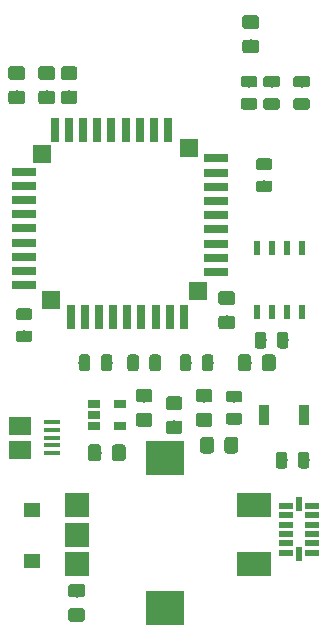
<source format=gbr>
G04 #@! TF.GenerationSoftware,KiCad,Pcbnew,(5.0.1)-4*
G04 #@! TF.CreationDate,2019-11-10T23:47:17+01:00*
G04 #@! TF.ProjectId,rak4260,72616B343236302E6B696361645F7063,0.3*
G04 #@! TF.SameCoordinates,Original*
G04 #@! TF.FileFunction,Paste,Top*
G04 #@! TF.FilePolarity,Positive*
%FSLAX46Y46*%
G04 Gerber Fmt 4.6, Leading zero omitted, Abs format (unit mm)*
G04 Created by KiCad (PCBNEW (5.0.1)-4) date 10/11/2019 23:47:17*
%MOMM*%
%LPD*%
G01*
G04 APERTURE LIST*
%ADD10R,0.800000X2.000000*%
%ADD11R,1.500000X1.500000*%
%ADD12R,2.000000X0.800000*%
%ADD13C,0.100000*%
%ADD14C,1.150000*%
%ADD15R,1.900000X1.500000*%
%ADD16R,1.350000X0.400000*%
%ADD17C,0.975000*%
%ADD18R,0.900000X1.700000*%
%ADD19R,3.000000X2.000000*%
%ADD20R,3.200000X3.000000*%
%ADD21R,2.000000X2.000000*%
%ADD22R,1.470000X1.270000*%
%ADD23R,1.060000X0.650000*%
%ADD24R,0.600000X1.250000*%
%ADD25R,1.145000X0.550000*%
%ADD26R,0.550000X1.145000*%
G04 APERTURE END LIST*
D10*
G04 #@! TO.C,U1*
X107440000Y-64100000D03*
X108640000Y-64100000D03*
X109840000Y-64100000D03*
X111040000Y-64100000D03*
X112240000Y-64100000D03*
X113440000Y-64100000D03*
X114640000Y-64100000D03*
X115840000Y-64100000D03*
X117040000Y-64100000D03*
D11*
X118190000Y-61900000D03*
X105790000Y-62600000D03*
D12*
X119790000Y-60250000D03*
X119790000Y-59050000D03*
X119790000Y-57850000D03*
X119790000Y-56650000D03*
X119790000Y-55450000D03*
X119790000Y-54250000D03*
X119790000Y-53050000D03*
X119790000Y-51850000D03*
X119790000Y-50650000D03*
X103490000Y-51770000D03*
X103490000Y-56570000D03*
X103490000Y-58970000D03*
X103490000Y-52970000D03*
X103490000Y-61370000D03*
X103490000Y-60170000D03*
X103490000Y-55370000D03*
X103490000Y-57770000D03*
X103490000Y-54170000D03*
D10*
X107300000Y-48210000D03*
X108500000Y-48210000D03*
X115700000Y-48210000D03*
X113300000Y-48210000D03*
X110900000Y-48210000D03*
X109700000Y-48210000D03*
X106100000Y-48210000D03*
X112100000Y-48210000D03*
X114500000Y-48210000D03*
D11*
X105020000Y-50290000D03*
X117500000Y-49800000D03*
G04 #@! TD*
D13*
G04 #@! TO.C,C1*
G36*
X103344505Y-44901204D02*
X103368773Y-44904804D01*
X103392572Y-44910765D01*
X103415671Y-44919030D01*
X103437850Y-44929520D01*
X103458893Y-44942132D01*
X103478599Y-44956747D01*
X103496777Y-44973223D01*
X103513253Y-44991401D01*
X103527868Y-45011107D01*
X103540480Y-45032150D01*
X103550970Y-45054329D01*
X103559235Y-45077428D01*
X103565196Y-45101227D01*
X103568796Y-45125495D01*
X103570000Y-45149999D01*
X103570000Y-45800001D01*
X103568796Y-45824505D01*
X103565196Y-45848773D01*
X103559235Y-45872572D01*
X103550970Y-45895671D01*
X103540480Y-45917850D01*
X103527868Y-45938893D01*
X103513253Y-45958599D01*
X103496777Y-45976777D01*
X103478599Y-45993253D01*
X103458893Y-46007868D01*
X103437850Y-46020480D01*
X103415671Y-46030970D01*
X103392572Y-46039235D01*
X103368773Y-46045196D01*
X103344505Y-46048796D01*
X103320001Y-46050000D01*
X102419999Y-46050000D01*
X102395495Y-46048796D01*
X102371227Y-46045196D01*
X102347428Y-46039235D01*
X102324329Y-46030970D01*
X102302150Y-46020480D01*
X102281107Y-46007868D01*
X102261401Y-45993253D01*
X102243223Y-45976777D01*
X102226747Y-45958599D01*
X102212132Y-45938893D01*
X102199520Y-45917850D01*
X102189030Y-45895671D01*
X102180765Y-45872572D01*
X102174804Y-45848773D01*
X102171204Y-45824505D01*
X102170000Y-45800001D01*
X102170000Y-45149999D01*
X102171204Y-45125495D01*
X102174804Y-45101227D01*
X102180765Y-45077428D01*
X102189030Y-45054329D01*
X102199520Y-45032150D01*
X102212132Y-45011107D01*
X102226747Y-44991401D01*
X102243223Y-44973223D01*
X102261401Y-44956747D01*
X102281107Y-44942132D01*
X102302150Y-44929520D01*
X102324329Y-44919030D01*
X102347428Y-44910765D01*
X102371227Y-44904804D01*
X102395495Y-44901204D01*
X102419999Y-44900000D01*
X103320001Y-44900000D01*
X103344505Y-44901204D01*
X103344505Y-44901204D01*
G37*
D14*
X102870000Y-45475000D03*
D13*
G36*
X103344505Y-42851204D02*
X103368773Y-42854804D01*
X103392572Y-42860765D01*
X103415671Y-42869030D01*
X103437850Y-42879520D01*
X103458893Y-42892132D01*
X103478599Y-42906747D01*
X103496777Y-42923223D01*
X103513253Y-42941401D01*
X103527868Y-42961107D01*
X103540480Y-42982150D01*
X103550970Y-43004329D01*
X103559235Y-43027428D01*
X103565196Y-43051227D01*
X103568796Y-43075495D01*
X103570000Y-43099999D01*
X103570000Y-43750001D01*
X103568796Y-43774505D01*
X103565196Y-43798773D01*
X103559235Y-43822572D01*
X103550970Y-43845671D01*
X103540480Y-43867850D01*
X103527868Y-43888893D01*
X103513253Y-43908599D01*
X103496777Y-43926777D01*
X103478599Y-43943253D01*
X103458893Y-43957868D01*
X103437850Y-43970480D01*
X103415671Y-43980970D01*
X103392572Y-43989235D01*
X103368773Y-43995196D01*
X103344505Y-43998796D01*
X103320001Y-44000000D01*
X102419999Y-44000000D01*
X102395495Y-43998796D01*
X102371227Y-43995196D01*
X102347428Y-43989235D01*
X102324329Y-43980970D01*
X102302150Y-43970480D01*
X102281107Y-43957868D01*
X102261401Y-43943253D01*
X102243223Y-43926777D01*
X102226747Y-43908599D01*
X102212132Y-43888893D01*
X102199520Y-43867850D01*
X102189030Y-43845671D01*
X102180765Y-43822572D01*
X102174804Y-43798773D01*
X102171204Y-43774505D01*
X102170000Y-43750001D01*
X102170000Y-43099999D01*
X102171204Y-43075495D01*
X102174804Y-43051227D01*
X102180765Y-43027428D01*
X102189030Y-43004329D01*
X102199520Y-42982150D01*
X102212132Y-42961107D01*
X102226747Y-42941401D01*
X102243223Y-42923223D01*
X102261401Y-42906747D01*
X102281107Y-42892132D01*
X102302150Y-42879520D01*
X102324329Y-42869030D01*
X102347428Y-42860765D01*
X102371227Y-42854804D01*
X102395495Y-42851204D01*
X102419999Y-42850000D01*
X103320001Y-42850000D01*
X103344505Y-42851204D01*
X103344505Y-42851204D01*
G37*
D14*
X102870000Y-43425000D03*
G04 #@! TD*
D13*
G04 #@! TO.C,C3*
G36*
X105884505Y-42851204D02*
X105908773Y-42854804D01*
X105932572Y-42860765D01*
X105955671Y-42869030D01*
X105977850Y-42879520D01*
X105998893Y-42892132D01*
X106018599Y-42906747D01*
X106036777Y-42923223D01*
X106053253Y-42941401D01*
X106067868Y-42961107D01*
X106080480Y-42982150D01*
X106090970Y-43004329D01*
X106099235Y-43027428D01*
X106105196Y-43051227D01*
X106108796Y-43075495D01*
X106110000Y-43099999D01*
X106110000Y-43750001D01*
X106108796Y-43774505D01*
X106105196Y-43798773D01*
X106099235Y-43822572D01*
X106090970Y-43845671D01*
X106080480Y-43867850D01*
X106067868Y-43888893D01*
X106053253Y-43908599D01*
X106036777Y-43926777D01*
X106018599Y-43943253D01*
X105998893Y-43957868D01*
X105977850Y-43970480D01*
X105955671Y-43980970D01*
X105932572Y-43989235D01*
X105908773Y-43995196D01*
X105884505Y-43998796D01*
X105860001Y-44000000D01*
X104959999Y-44000000D01*
X104935495Y-43998796D01*
X104911227Y-43995196D01*
X104887428Y-43989235D01*
X104864329Y-43980970D01*
X104842150Y-43970480D01*
X104821107Y-43957868D01*
X104801401Y-43943253D01*
X104783223Y-43926777D01*
X104766747Y-43908599D01*
X104752132Y-43888893D01*
X104739520Y-43867850D01*
X104729030Y-43845671D01*
X104720765Y-43822572D01*
X104714804Y-43798773D01*
X104711204Y-43774505D01*
X104710000Y-43750001D01*
X104710000Y-43099999D01*
X104711204Y-43075495D01*
X104714804Y-43051227D01*
X104720765Y-43027428D01*
X104729030Y-43004329D01*
X104739520Y-42982150D01*
X104752132Y-42961107D01*
X104766747Y-42941401D01*
X104783223Y-42923223D01*
X104801401Y-42906747D01*
X104821107Y-42892132D01*
X104842150Y-42879520D01*
X104864329Y-42869030D01*
X104887428Y-42860765D01*
X104911227Y-42854804D01*
X104935495Y-42851204D01*
X104959999Y-42850000D01*
X105860001Y-42850000D01*
X105884505Y-42851204D01*
X105884505Y-42851204D01*
G37*
D14*
X105410000Y-43425000D03*
D13*
G36*
X105884505Y-44901204D02*
X105908773Y-44904804D01*
X105932572Y-44910765D01*
X105955671Y-44919030D01*
X105977850Y-44929520D01*
X105998893Y-44942132D01*
X106018599Y-44956747D01*
X106036777Y-44973223D01*
X106053253Y-44991401D01*
X106067868Y-45011107D01*
X106080480Y-45032150D01*
X106090970Y-45054329D01*
X106099235Y-45077428D01*
X106105196Y-45101227D01*
X106108796Y-45125495D01*
X106110000Y-45149999D01*
X106110000Y-45800001D01*
X106108796Y-45824505D01*
X106105196Y-45848773D01*
X106099235Y-45872572D01*
X106090970Y-45895671D01*
X106080480Y-45917850D01*
X106067868Y-45938893D01*
X106053253Y-45958599D01*
X106036777Y-45976777D01*
X106018599Y-45993253D01*
X105998893Y-46007868D01*
X105977850Y-46020480D01*
X105955671Y-46030970D01*
X105932572Y-46039235D01*
X105908773Y-46045196D01*
X105884505Y-46048796D01*
X105860001Y-46050000D01*
X104959999Y-46050000D01*
X104935495Y-46048796D01*
X104911227Y-46045196D01*
X104887428Y-46039235D01*
X104864329Y-46030970D01*
X104842150Y-46020480D01*
X104821107Y-46007868D01*
X104801401Y-45993253D01*
X104783223Y-45976777D01*
X104766747Y-45958599D01*
X104752132Y-45938893D01*
X104739520Y-45917850D01*
X104729030Y-45895671D01*
X104720765Y-45872572D01*
X104714804Y-45848773D01*
X104711204Y-45824505D01*
X104710000Y-45800001D01*
X104710000Y-45149999D01*
X104711204Y-45125495D01*
X104714804Y-45101227D01*
X104720765Y-45077428D01*
X104729030Y-45054329D01*
X104739520Y-45032150D01*
X104752132Y-45011107D01*
X104766747Y-44991401D01*
X104783223Y-44973223D01*
X104801401Y-44956747D01*
X104821107Y-44942132D01*
X104842150Y-44929520D01*
X104864329Y-44919030D01*
X104887428Y-44910765D01*
X104911227Y-44904804D01*
X104935495Y-44901204D01*
X104959999Y-44900000D01*
X105860001Y-44900000D01*
X105884505Y-44901204D01*
X105884505Y-44901204D01*
G37*
D14*
X105410000Y-45475000D03*
G04 #@! TD*
D13*
G04 #@! TO.C,C4*
G36*
X107789505Y-44901204D02*
X107813773Y-44904804D01*
X107837572Y-44910765D01*
X107860671Y-44919030D01*
X107882850Y-44929520D01*
X107903893Y-44942132D01*
X107923599Y-44956747D01*
X107941777Y-44973223D01*
X107958253Y-44991401D01*
X107972868Y-45011107D01*
X107985480Y-45032150D01*
X107995970Y-45054329D01*
X108004235Y-45077428D01*
X108010196Y-45101227D01*
X108013796Y-45125495D01*
X108015000Y-45149999D01*
X108015000Y-45800001D01*
X108013796Y-45824505D01*
X108010196Y-45848773D01*
X108004235Y-45872572D01*
X107995970Y-45895671D01*
X107985480Y-45917850D01*
X107972868Y-45938893D01*
X107958253Y-45958599D01*
X107941777Y-45976777D01*
X107923599Y-45993253D01*
X107903893Y-46007868D01*
X107882850Y-46020480D01*
X107860671Y-46030970D01*
X107837572Y-46039235D01*
X107813773Y-46045196D01*
X107789505Y-46048796D01*
X107765001Y-46050000D01*
X106864999Y-46050000D01*
X106840495Y-46048796D01*
X106816227Y-46045196D01*
X106792428Y-46039235D01*
X106769329Y-46030970D01*
X106747150Y-46020480D01*
X106726107Y-46007868D01*
X106706401Y-45993253D01*
X106688223Y-45976777D01*
X106671747Y-45958599D01*
X106657132Y-45938893D01*
X106644520Y-45917850D01*
X106634030Y-45895671D01*
X106625765Y-45872572D01*
X106619804Y-45848773D01*
X106616204Y-45824505D01*
X106615000Y-45800001D01*
X106615000Y-45149999D01*
X106616204Y-45125495D01*
X106619804Y-45101227D01*
X106625765Y-45077428D01*
X106634030Y-45054329D01*
X106644520Y-45032150D01*
X106657132Y-45011107D01*
X106671747Y-44991401D01*
X106688223Y-44973223D01*
X106706401Y-44956747D01*
X106726107Y-44942132D01*
X106747150Y-44929520D01*
X106769329Y-44919030D01*
X106792428Y-44910765D01*
X106816227Y-44904804D01*
X106840495Y-44901204D01*
X106864999Y-44900000D01*
X107765001Y-44900000D01*
X107789505Y-44901204D01*
X107789505Y-44901204D01*
G37*
D14*
X107315000Y-45475000D03*
D13*
G36*
X107789505Y-42851204D02*
X107813773Y-42854804D01*
X107837572Y-42860765D01*
X107860671Y-42869030D01*
X107882850Y-42879520D01*
X107903893Y-42892132D01*
X107923599Y-42906747D01*
X107941777Y-42923223D01*
X107958253Y-42941401D01*
X107972868Y-42961107D01*
X107985480Y-42982150D01*
X107995970Y-43004329D01*
X108004235Y-43027428D01*
X108010196Y-43051227D01*
X108013796Y-43075495D01*
X108015000Y-43099999D01*
X108015000Y-43750001D01*
X108013796Y-43774505D01*
X108010196Y-43798773D01*
X108004235Y-43822572D01*
X107995970Y-43845671D01*
X107985480Y-43867850D01*
X107972868Y-43888893D01*
X107958253Y-43908599D01*
X107941777Y-43926777D01*
X107923599Y-43943253D01*
X107903893Y-43957868D01*
X107882850Y-43970480D01*
X107860671Y-43980970D01*
X107837572Y-43989235D01*
X107813773Y-43995196D01*
X107789505Y-43998796D01*
X107765001Y-44000000D01*
X106864999Y-44000000D01*
X106840495Y-43998796D01*
X106816227Y-43995196D01*
X106792428Y-43989235D01*
X106769329Y-43980970D01*
X106747150Y-43970480D01*
X106726107Y-43957868D01*
X106706401Y-43943253D01*
X106688223Y-43926777D01*
X106671747Y-43908599D01*
X106657132Y-43888893D01*
X106644520Y-43867850D01*
X106634030Y-43845671D01*
X106625765Y-43822572D01*
X106619804Y-43798773D01*
X106616204Y-43774505D01*
X106615000Y-43750001D01*
X106615000Y-43099999D01*
X106616204Y-43075495D01*
X106619804Y-43051227D01*
X106625765Y-43027428D01*
X106634030Y-43004329D01*
X106644520Y-42982150D01*
X106657132Y-42961107D01*
X106671747Y-42941401D01*
X106688223Y-42923223D01*
X106706401Y-42906747D01*
X106726107Y-42892132D01*
X106747150Y-42879520D01*
X106769329Y-42869030D01*
X106792428Y-42860765D01*
X106816227Y-42854804D01*
X106840495Y-42851204D01*
X106864999Y-42850000D01*
X107765001Y-42850000D01*
X107789505Y-42851204D01*
X107789505Y-42851204D01*
G37*
D14*
X107315000Y-43425000D03*
G04 #@! TD*
D15*
G04 #@! TO.C,J1*
X103156500Y-75295000D03*
D16*
X105856500Y-73645000D03*
X105856500Y-72995000D03*
X105856500Y-75595000D03*
X105856500Y-74945000D03*
X105856500Y-74295000D03*
D15*
X103156500Y-73295000D03*
G04 #@! TD*
D13*
G04 #@! TO.C,R1*
G36*
X117440142Y-67246174D02*
X117463803Y-67249684D01*
X117487007Y-67255496D01*
X117509529Y-67263554D01*
X117531153Y-67273782D01*
X117551670Y-67286079D01*
X117570883Y-67300329D01*
X117588607Y-67316393D01*
X117604671Y-67334117D01*
X117618921Y-67353330D01*
X117631218Y-67373847D01*
X117641446Y-67395471D01*
X117649504Y-67417993D01*
X117655316Y-67441197D01*
X117658826Y-67464858D01*
X117660000Y-67488750D01*
X117660000Y-68401250D01*
X117658826Y-68425142D01*
X117655316Y-68448803D01*
X117649504Y-68472007D01*
X117641446Y-68494529D01*
X117631218Y-68516153D01*
X117618921Y-68536670D01*
X117604671Y-68555883D01*
X117588607Y-68573607D01*
X117570883Y-68589671D01*
X117551670Y-68603921D01*
X117531153Y-68616218D01*
X117509529Y-68626446D01*
X117487007Y-68634504D01*
X117463803Y-68640316D01*
X117440142Y-68643826D01*
X117416250Y-68645000D01*
X116928750Y-68645000D01*
X116904858Y-68643826D01*
X116881197Y-68640316D01*
X116857993Y-68634504D01*
X116835471Y-68626446D01*
X116813847Y-68616218D01*
X116793330Y-68603921D01*
X116774117Y-68589671D01*
X116756393Y-68573607D01*
X116740329Y-68555883D01*
X116726079Y-68536670D01*
X116713782Y-68516153D01*
X116703554Y-68494529D01*
X116695496Y-68472007D01*
X116689684Y-68448803D01*
X116686174Y-68425142D01*
X116685000Y-68401250D01*
X116685000Y-67488750D01*
X116686174Y-67464858D01*
X116689684Y-67441197D01*
X116695496Y-67417993D01*
X116703554Y-67395471D01*
X116713782Y-67373847D01*
X116726079Y-67353330D01*
X116740329Y-67334117D01*
X116756393Y-67316393D01*
X116774117Y-67300329D01*
X116793330Y-67286079D01*
X116813847Y-67273782D01*
X116835471Y-67263554D01*
X116857993Y-67255496D01*
X116881197Y-67249684D01*
X116904858Y-67246174D01*
X116928750Y-67245000D01*
X117416250Y-67245000D01*
X117440142Y-67246174D01*
X117440142Y-67246174D01*
G37*
D17*
X117172500Y-67945000D03*
D13*
G36*
X119315142Y-67246174D02*
X119338803Y-67249684D01*
X119362007Y-67255496D01*
X119384529Y-67263554D01*
X119406153Y-67273782D01*
X119426670Y-67286079D01*
X119445883Y-67300329D01*
X119463607Y-67316393D01*
X119479671Y-67334117D01*
X119493921Y-67353330D01*
X119506218Y-67373847D01*
X119516446Y-67395471D01*
X119524504Y-67417993D01*
X119530316Y-67441197D01*
X119533826Y-67464858D01*
X119535000Y-67488750D01*
X119535000Y-68401250D01*
X119533826Y-68425142D01*
X119530316Y-68448803D01*
X119524504Y-68472007D01*
X119516446Y-68494529D01*
X119506218Y-68516153D01*
X119493921Y-68536670D01*
X119479671Y-68555883D01*
X119463607Y-68573607D01*
X119445883Y-68589671D01*
X119426670Y-68603921D01*
X119406153Y-68616218D01*
X119384529Y-68626446D01*
X119362007Y-68634504D01*
X119338803Y-68640316D01*
X119315142Y-68643826D01*
X119291250Y-68645000D01*
X118803750Y-68645000D01*
X118779858Y-68643826D01*
X118756197Y-68640316D01*
X118732993Y-68634504D01*
X118710471Y-68626446D01*
X118688847Y-68616218D01*
X118668330Y-68603921D01*
X118649117Y-68589671D01*
X118631393Y-68573607D01*
X118615329Y-68555883D01*
X118601079Y-68536670D01*
X118588782Y-68516153D01*
X118578554Y-68494529D01*
X118570496Y-68472007D01*
X118564684Y-68448803D01*
X118561174Y-68425142D01*
X118560000Y-68401250D01*
X118560000Y-67488750D01*
X118561174Y-67464858D01*
X118564684Y-67441197D01*
X118570496Y-67417993D01*
X118578554Y-67395471D01*
X118588782Y-67373847D01*
X118601079Y-67353330D01*
X118615329Y-67334117D01*
X118631393Y-67316393D01*
X118649117Y-67300329D01*
X118668330Y-67286079D01*
X118688847Y-67273782D01*
X118710471Y-67263554D01*
X118732993Y-67255496D01*
X118756197Y-67249684D01*
X118779858Y-67246174D01*
X118803750Y-67245000D01*
X119291250Y-67245000D01*
X119315142Y-67246174D01*
X119315142Y-67246174D01*
G37*
D17*
X119047500Y-67945000D03*
G04 #@! TD*
D13*
G04 #@! TO.C,R2*
G36*
X112995142Y-67246174D02*
X113018803Y-67249684D01*
X113042007Y-67255496D01*
X113064529Y-67263554D01*
X113086153Y-67273782D01*
X113106670Y-67286079D01*
X113125883Y-67300329D01*
X113143607Y-67316393D01*
X113159671Y-67334117D01*
X113173921Y-67353330D01*
X113186218Y-67373847D01*
X113196446Y-67395471D01*
X113204504Y-67417993D01*
X113210316Y-67441197D01*
X113213826Y-67464858D01*
X113215000Y-67488750D01*
X113215000Y-68401250D01*
X113213826Y-68425142D01*
X113210316Y-68448803D01*
X113204504Y-68472007D01*
X113196446Y-68494529D01*
X113186218Y-68516153D01*
X113173921Y-68536670D01*
X113159671Y-68555883D01*
X113143607Y-68573607D01*
X113125883Y-68589671D01*
X113106670Y-68603921D01*
X113086153Y-68616218D01*
X113064529Y-68626446D01*
X113042007Y-68634504D01*
X113018803Y-68640316D01*
X112995142Y-68643826D01*
X112971250Y-68645000D01*
X112483750Y-68645000D01*
X112459858Y-68643826D01*
X112436197Y-68640316D01*
X112412993Y-68634504D01*
X112390471Y-68626446D01*
X112368847Y-68616218D01*
X112348330Y-68603921D01*
X112329117Y-68589671D01*
X112311393Y-68573607D01*
X112295329Y-68555883D01*
X112281079Y-68536670D01*
X112268782Y-68516153D01*
X112258554Y-68494529D01*
X112250496Y-68472007D01*
X112244684Y-68448803D01*
X112241174Y-68425142D01*
X112240000Y-68401250D01*
X112240000Y-67488750D01*
X112241174Y-67464858D01*
X112244684Y-67441197D01*
X112250496Y-67417993D01*
X112258554Y-67395471D01*
X112268782Y-67373847D01*
X112281079Y-67353330D01*
X112295329Y-67334117D01*
X112311393Y-67316393D01*
X112329117Y-67300329D01*
X112348330Y-67286079D01*
X112368847Y-67273782D01*
X112390471Y-67263554D01*
X112412993Y-67255496D01*
X112436197Y-67249684D01*
X112459858Y-67246174D01*
X112483750Y-67245000D01*
X112971250Y-67245000D01*
X112995142Y-67246174D01*
X112995142Y-67246174D01*
G37*
D17*
X112727500Y-67945000D03*
D13*
G36*
X114870142Y-67246174D02*
X114893803Y-67249684D01*
X114917007Y-67255496D01*
X114939529Y-67263554D01*
X114961153Y-67273782D01*
X114981670Y-67286079D01*
X115000883Y-67300329D01*
X115018607Y-67316393D01*
X115034671Y-67334117D01*
X115048921Y-67353330D01*
X115061218Y-67373847D01*
X115071446Y-67395471D01*
X115079504Y-67417993D01*
X115085316Y-67441197D01*
X115088826Y-67464858D01*
X115090000Y-67488750D01*
X115090000Y-68401250D01*
X115088826Y-68425142D01*
X115085316Y-68448803D01*
X115079504Y-68472007D01*
X115071446Y-68494529D01*
X115061218Y-68516153D01*
X115048921Y-68536670D01*
X115034671Y-68555883D01*
X115018607Y-68573607D01*
X115000883Y-68589671D01*
X114981670Y-68603921D01*
X114961153Y-68616218D01*
X114939529Y-68626446D01*
X114917007Y-68634504D01*
X114893803Y-68640316D01*
X114870142Y-68643826D01*
X114846250Y-68645000D01*
X114358750Y-68645000D01*
X114334858Y-68643826D01*
X114311197Y-68640316D01*
X114287993Y-68634504D01*
X114265471Y-68626446D01*
X114243847Y-68616218D01*
X114223330Y-68603921D01*
X114204117Y-68589671D01*
X114186393Y-68573607D01*
X114170329Y-68555883D01*
X114156079Y-68536670D01*
X114143782Y-68516153D01*
X114133554Y-68494529D01*
X114125496Y-68472007D01*
X114119684Y-68448803D01*
X114116174Y-68425142D01*
X114115000Y-68401250D01*
X114115000Y-67488750D01*
X114116174Y-67464858D01*
X114119684Y-67441197D01*
X114125496Y-67417993D01*
X114133554Y-67395471D01*
X114143782Y-67373847D01*
X114156079Y-67353330D01*
X114170329Y-67334117D01*
X114186393Y-67316393D01*
X114204117Y-67300329D01*
X114223330Y-67286079D01*
X114243847Y-67273782D01*
X114265471Y-67263554D01*
X114287993Y-67255496D01*
X114311197Y-67249684D01*
X114334858Y-67246174D01*
X114358750Y-67245000D01*
X114846250Y-67245000D01*
X114870142Y-67246174D01*
X114870142Y-67246174D01*
G37*
D17*
X114602500Y-67945000D03*
G04 #@! TD*
D13*
G04 #@! TO.C,R3*
G36*
X110757142Y-67246174D02*
X110780803Y-67249684D01*
X110804007Y-67255496D01*
X110826529Y-67263554D01*
X110848153Y-67273782D01*
X110868670Y-67286079D01*
X110887883Y-67300329D01*
X110905607Y-67316393D01*
X110921671Y-67334117D01*
X110935921Y-67353330D01*
X110948218Y-67373847D01*
X110958446Y-67395471D01*
X110966504Y-67417993D01*
X110972316Y-67441197D01*
X110975826Y-67464858D01*
X110977000Y-67488750D01*
X110977000Y-68401250D01*
X110975826Y-68425142D01*
X110972316Y-68448803D01*
X110966504Y-68472007D01*
X110958446Y-68494529D01*
X110948218Y-68516153D01*
X110935921Y-68536670D01*
X110921671Y-68555883D01*
X110905607Y-68573607D01*
X110887883Y-68589671D01*
X110868670Y-68603921D01*
X110848153Y-68616218D01*
X110826529Y-68626446D01*
X110804007Y-68634504D01*
X110780803Y-68640316D01*
X110757142Y-68643826D01*
X110733250Y-68645000D01*
X110245750Y-68645000D01*
X110221858Y-68643826D01*
X110198197Y-68640316D01*
X110174993Y-68634504D01*
X110152471Y-68626446D01*
X110130847Y-68616218D01*
X110110330Y-68603921D01*
X110091117Y-68589671D01*
X110073393Y-68573607D01*
X110057329Y-68555883D01*
X110043079Y-68536670D01*
X110030782Y-68516153D01*
X110020554Y-68494529D01*
X110012496Y-68472007D01*
X110006684Y-68448803D01*
X110003174Y-68425142D01*
X110002000Y-68401250D01*
X110002000Y-67488750D01*
X110003174Y-67464858D01*
X110006684Y-67441197D01*
X110012496Y-67417993D01*
X110020554Y-67395471D01*
X110030782Y-67373847D01*
X110043079Y-67353330D01*
X110057329Y-67334117D01*
X110073393Y-67316393D01*
X110091117Y-67300329D01*
X110110330Y-67286079D01*
X110130847Y-67273782D01*
X110152471Y-67263554D01*
X110174993Y-67255496D01*
X110198197Y-67249684D01*
X110221858Y-67246174D01*
X110245750Y-67245000D01*
X110733250Y-67245000D01*
X110757142Y-67246174D01*
X110757142Y-67246174D01*
G37*
D17*
X110489500Y-67945000D03*
D13*
G36*
X108882142Y-67246174D02*
X108905803Y-67249684D01*
X108929007Y-67255496D01*
X108951529Y-67263554D01*
X108973153Y-67273782D01*
X108993670Y-67286079D01*
X109012883Y-67300329D01*
X109030607Y-67316393D01*
X109046671Y-67334117D01*
X109060921Y-67353330D01*
X109073218Y-67373847D01*
X109083446Y-67395471D01*
X109091504Y-67417993D01*
X109097316Y-67441197D01*
X109100826Y-67464858D01*
X109102000Y-67488750D01*
X109102000Y-68401250D01*
X109100826Y-68425142D01*
X109097316Y-68448803D01*
X109091504Y-68472007D01*
X109083446Y-68494529D01*
X109073218Y-68516153D01*
X109060921Y-68536670D01*
X109046671Y-68555883D01*
X109030607Y-68573607D01*
X109012883Y-68589671D01*
X108993670Y-68603921D01*
X108973153Y-68616218D01*
X108951529Y-68626446D01*
X108929007Y-68634504D01*
X108905803Y-68640316D01*
X108882142Y-68643826D01*
X108858250Y-68645000D01*
X108370750Y-68645000D01*
X108346858Y-68643826D01*
X108323197Y-68640316D01*
X108299993Y-68634504D01*
X108277471Y-68626446D01*
X108255847Y-68616218D01*
X108235330Y-68603921D01*
X108216117Y-68589671D01*
X108198393Y-68573607D01*
X108182329Y-68555883D01*
X108168079Y-68536670D01*
X108155782Y-68516153D01*
X108145554Y-68494529D01*
X108137496Y-68472007D01*
X108131684Y-68448803D01*
X108128174Y-68425142D01*
X108127000Y-68401250D01*
X108127000Y-67488750D01*
X108128174Y-67464858D01*
X108131684Y-67441197D01*
X108137496Y-67417993D01*
X108145554Y-67395471D01*
X108155782Y-67373847D01*
X108168079Y-67353330D01*
X108182329Y-67334117D01*
X108198393Y-67316393D01*
X108216117Y-67300329D01*
X108235330Y-67286079D01*
X108255847Y-67273782D01*
X108277471Y-67263554D01*
X108299993Y-67255496D01*
X108323197Y-67249684D01*
X108346858Y-67246174D01*
X108370750Y-67245000D01*
X108858250Y-67245000D01*
X108882142Y-67246174D01*
X108882142Y-67246174D01*
G37*
D17*
X108614500Y-67945000D03*
G04 #@! TD*
D18*
G04 #@! TO.C,SW1*
X123776000Y-72390000D03*
X127176000Y-72390000D03*
G04 #@! TD*
D19*
G04 #@! TO.C,SW2*
X122950000Y-85010000D03*
X122950000Y-80010000D03*
D20*
X115450000Y-88710000D03*
X115450000Y-76010000D03*
D21*
X107950000Y-85010000D03*
X107950000Y-82510000D03*
X107950000Y-80010000D03*
G04 #@! TD*
D13*
G04 #@! TO.C,C2*
G36*
X122514505Y-67246204D02*
X122538773Y-67249804D01*
X122562572Y-67255765D01*
X122585671Y-67264030D01*
X122607850Y-67274520D01*
X122628893Y-67287132D01*
X122648599Y-67301747D01*
X122666777Y-67318223D01*
X122683253Y-67336401D01*
X122697868Y-67356107D01*
X122710480Y-67377150D01*
X122720970Y-67399329D01*
X122729235Y-67422428D01*
X122735196Y-67446227D01*
X122738796Y-67470495D01*
X122740000Y-67494999D01*
X122740000Y-68395001D01*
X122738796Y-68419505D01*
X122735196Y-68443773D01*
X122729235Y-68467572D01*
X122720970Y-68490671D01*
X122710480Y-68512850D01*
X122697868Y-68533893D01*
X122683253Y-68553599D01*
X122666777Y-68571777D01*
X122648599Y-68588253D01*
X122628893Y-68602868D01*
X122607850Y-68615480D01*
X122585671Y-68625970D01*
X122562572Y-68634235D01*
X122538773Y-68640196D01*
X122514505Y-68643796D01*
X122490001Y-68645000D01*
X121839999Y-68645000D01*
X121815495Y-68643796D01*
X121791227Y-68640196D01*
X121767428Y-68634235D01*
X121744329Y-68625970D01*
X121722150Y-68615480D01*
X121701107Y-68602868D01*
X121681401Y-68588253D01*
X121663223Y-68571777D01*
X121646747Y-68553599D01*
X121632132Y-68533893D01*
X121619520Y-68512850D01*
X121609030Y-68490671D01*
X121600765Y-68467572D01*
X121594804Y-68443773D01*
X121591204Y-68419505D01*
X121590000Y-68395001D01*
X121590000Y-67494999D01*
X121591204Y-67470495D01*
X121594804Y-67446227D01*
X121600765Y-67422428D01*
X121609030Y-67399329D01*
X121619520Y-67377150D01*
X121632132Y-67356107D01*
X121646747Y-67336401D01*
X121663223Y-67318223D01*
X121681401Y-67301747D01*
X121701107Y-67287132D01*
X121722150Y-67274520D01*
X121744329Y-67264030D01*
X121767428Y-67255765D01*
X121791227Y-67249804D01*
X121815495Y-67246204D01*
X121839999Y-67245000D01*
X122490001Y-67245000D01*
X122514505Y-67246204D01*
X122514505Y-67246204D01*
G37*
D14*
X122165000Y-67945000D03*
D13*
G36*
X124564505Y-67246204D02*
X124588773Y-67249804D01*
X124612572Y-67255765D01*
X124635671Y-67264030D01*
X124657850Y-67274520D01*
X124678893Y-67287132D01*
X124698599Y-67301747D01*
X124716777Y-67318223D01*
X124733253Y-67336401D01*
X124747868Y-67356107D01*
X124760480Y-67377150D01*
X124770970Y-67399329D01*
X124779235Y-67422428D01*
X124785196Y-67446227D01*
X124788796Y-67470495D01*
X124790000Y-67494999D01*
X124790000Y-68395001D01*
X124788796Y-68419505D01*
X124785196Y-68443773D01*
X124779235Y-68467572D01*
X124770970Y-68490671D01*
X124760480Y-68512850D01*
X124747868Y-68533893D01*
X124733253Y-68553599D01*
X124716777Y-68571777D01*
X124698599Y-68588253D01*
X124678893Y-68602868D01*
X124657850Y-68615480D01*
X124635671Y-68625970D01*
X124612572Y-68634235D01*
X124588773Y-68640196D01*
X124564505Y-68643796D01*
X124540001Y-68645000D01*
X123889999Y-68645000D01*
X123865495Y-68643796D01*
X123841227Y-68640196D01*
X123817428Y-68634235D01*
X123794329Y-68625970D01*
X123772150Y-68615480D01*
X123751107Y-68602868D01*
X123731401Y-68588253D01*
X123713223Y-68571777D01*
X123696747Y-68553599D01*
X123682132Y-68533893D01*
X123669520Y-68512850D01*
X123659030Y-68490671D01*
X123650765Y-68467572D01*
X123644804Y-68443773D01*
X123641204Y-68419505D01*
X123640000Y-68395001D01*
X123640000Y-67494999D01*
X123641204Y-67470495D01*
X123644804Y-67446227D01*
X123650765Y-67422428D01*
X123659030Y-67399329D01*
X123669520Y-67377150D01*
X123682132Y-67356107D01*
X123696747Y-67336401D01*
X123713223Y-67318223D01*
X123731401Y-67301747D01*
X123751107Y-67287132D01*
X123772150Y-67274520D01*
X123794329Y-67264030D01*
X123817428Y-67255765D01*
X123841227Y-67249804D01*
X123865495Y-67246204D01*
X123889999Y-67245000D01*
X124540001Y-67245000D01*
X124564505Y-67246204D01*
X124564505Y-67246204D01*
G37*
D14*
X124215000Y-67945000D03*
G04 #@! TD*
D13*
G04 #@! TO.C,C5*
G36*
X109814505Y-74866204D02*
X109838773Y-74869804D01*
X109862572Y-74875765D01*
X109885671Y-74884030D01*
X109907850Y-74894520D01*
X109928893Y-74907132D01*
X109948599Y-74921747D01*
X109966777Y-74938223D01*
X109983253Y-74956401D01*
X109997868Y-74976107D01*
X110010480Y-74997150D01*
X110020970Y-75019329D01*
X110029235Y-75042428D01*
X110035196Y-75066227D01*
X110038796Y-75090495D01*
X110040000Y-75114999D01*
X110040000Y-76015001D01*
X110038796Y-76039505D01*
X110035196Y-76063773D01*
X110029235Y-76087572D01*
X110020970Y-76110671D01*
X110010480Y-76132850D01*
X109997868Y-76153893D01*
X109983253Y-76173599D01*
X109966777Y-76191777D01*
X109948599Y-76208253D01*
X109928893Y-76222868D01*
X109907850Y-76235480D01*
X109885671Y-76245970D01*
X109862572Y-76254235D01*
X109838773Y-76260196D01*
X109814505Y-76263796D01*
X109790001Y-76265000D01*
X109139999Y-76265000D01*
X109115495Y-76263796D01*
X109091227Y-76260196D01*
X109067428Y-76254235D01*
X109044329Y-76245970D01*
X109022150Y-76235480D01*
X109001107Y-76222868D01*
X108981401Y-76208253D01*
X108963223Y-76191777D01*
X108946747Y-76173599D01*
X108932132Y-76153893D01*
X108919520Y-76132850D01*
X108909030Y-76110671D01*
X108900765Y-76087572D01*
X108894804Y-76063773D01*
X108891204Y-76039505D01*
X108890000Y-76015001D01*
X108890000Y-75114999D01*
X108891204Y-75090495D01*
X108894804Y-75066227D01*
X108900765Y-75042428D01*
X108909030Y-75019329D01*
X108919520Y-74997150D01*
X108932132Y-74976107D01*
X108946747Y-74956401D01*
X108963223Y-74938223D01*
X108981401Y-74921747D01*
X109001107Y-74907132D01*
X109022150Y-74894520D01*
X109044329Y-74884030D01*
X109067428Y-74875765D01*
X109091227Y-74869804D01*
X109115495Y-74866204D01*
X109139999Y-74865000D01*
X109790001Y-74865000D01*
X109814505Y-74866204D01*
X109814505Y-74866204D01*
G37*
D14*
X109465000Y-75565000D03*
D13*
G36*
X111864505Y-74866204D02*
X111888773Y-74869804D01*
X111912572Y-74875765D01*
X111935671Y-74884030D01*
X111957850Y-74894520D01*
X111978893Y-74907132D01*
X111998599Y-74921747D01*
X112016777Y-74938223D01*
X112033253Y-74956401D01*
X112047868Y-74976107D01*
X112060480Y-74997150D01*
X112070970Y-75019329D01*
X112079235Y-75042428D01*
X112085196Y-75066227D01*
X112088796Y-75090495D01*
X112090000Y-75114999D01*
X112090000Y-76015001D01*
X112088796Y-76039505D01*
X112085196Y-76063773D01*
X112079235Y-76087572D01*
X112070970Y-76110671D01*
X112060480Y-76132850D01*
X112047868Y-76153893D01*
X112033253Y-76173599D01*
X112016777Y-76191777D01*
X111998599Y-76208253D01*
X111978893Y-76222868D01*
X111957850Y-76235480D01*
X111935671Y-76245970D01*
X111912572Y-76254235D01*
X111888773Y-76260196D01*
X111864505Y-76263796D01*
X111840001Y-76265000D01*
X111189999Y-76265000D01*
X111165495Y-76263796D01*
X111141227Y-76260196D01*
X111117428Y-76254235D01*
X111094329Y-76245970D01*
X111072150Y-76235480D01*
X111051107Y-76222868D01*
X111031401Y-76208253D01*
X111013223Y-76191777D01*
X110996747Y-76173599D01*
X110982132Y-76153893D01*
X110969520Y-76132850D01*
X110959030Y-76110671D01*
X110950765Y-76087572D01*
X110944804Y-76063773D01*
X110941204Y-76039505D01*
X110940000Y-76015001D01*
X110940000Y-75114999D01*
X110941204Y-75090495D01*
X110944804Y-75066227D01*
X110950765Y-75042428D01*
X110959030Y-75019329D01*
X110969520Y-74997150D01*
X110982132Y-74976107D01*
X110996747Y-74956401D01*
X111013223Y-74938223D01*
X111031401Y-74921747D01*
X111051107Y-74907132D01*
X111072150Y-74894520D01*
X111094329Y-74884030D01*
X111117428Y-74875765D01*
X111141227Y-74869804D01*
X111165495Y-74866204D01*
X111189999Y-74865000D01*
X111840001Y-74865000D01*
X111864505Y-74866204D01*
X111864505Y-74866204D01*
G37*
D14*
X111515000Y-75565000D03*
G04 #@! TD*
D13*
G04 #@! TO.C,C6*
G36*
X108424505Y-86666204D02*
X108448773Y-86669804D01*
X108472572Y-86675765D01*
X108495671Y-86684030D01*
X108517850Y-86694520D01*
X108538893Y-86707132D01*
X108558599Y-86721747D01*
X108576777Y-86738223D01*
X108593253Y-86756401D01*
X108607868Y-86776107D01*
X108620480Y-86797150D01*
X108630970Y-86819329D01*
X108639235Y-86842428D01*
X108645196Y-86866227D01*
X108648796Y-86890495D01*
X108650000Y-86914999D01*
X108650000Y-87565001D01*
X108648796Y-87589505D01*
X108645196Y-87613773D01*
X108639235Y-87637572D01*
X108630970Y-87660671D01*
X108620480Y-87682850D01*
X108607868Y-87703893D01*
X108593253Y-87723599D01*
X108576777Y-87741777D01*
X108558599Y-87758253D01*
X108538893Y-87772868D01*
X108517850Y-87785480D01*
X108495671Y-87795970D01*
X108472572Y-87804235D01*
X108448773Y-87810196D01*
X108424505Y-87813796D01*
X108400001Y-87815000D01*
X107499999Y-87815000D01*
X107475495Y-87813796D01*
X107451227Y-87810196D01*
X107427428Y-87804235D01*
X107404329Y-87795970D01*
X107382150Y-87785480D01*
X107361107Y-87772868D01*
X107341401Y-87758253D01*
X107323223Y-87741777D01*
X107306747Y-87723599D01*
X107292132Y-87703893D01*
X107279520Y-87682850D01*
X107269030Y-87660671D01*
X107260765Y-87637572D01*
X107254804Y-87613773D01*
X107251204Y-87589505D01*
X107250000Y-87565001D01*
X107250000Y-86914999D01*
X107251204Y-86890495D01*
X107254804Y-86866227D01*
X107260765Y-86842428D01*
X107269030Y-86819329D01*
X107279520Y-86797150D01*
X107292132Y-86776107D01*
X107306747Y-86756401D01*
X107323223Y-86738223D01*
X107341401Y-86721747D01*
X107361107Y-86707132D01*
X107382150Y-86694520D01*
X107404329Y-86684030D01*
X107427428Y-86675765D01*
X107451227Y-86669804D01*
X107475495Y-86666204D01*
X107499999Y-86665000D01*
X108400001Y-86665000D01*
X108424505Y-86666204D01*
X108424505Y-86666204D01*
G37*
D14*
X107950000Y-87240000D03*
D13*
G36*
X108424505Y-88716204D02*
X108448773Y-88719804D01*
X108472572Y-88725765D01*
X108495671Y-88734030D01*
X108517850Y-88744520D01*
X108538893Y-88757132D01*
X108558599Y-88771747D01*
X108576777Y-88788223D01*
X108593253Y-88806401D01*
X108607868Y-88826107D01*
X108620480Y-88847150D01*
X108630970Y-88869329D01*
X108639235Y-88892428D01*
X108645196Y-88916227D01*
X108648796Y-88940495D01*
X108650000Y-88964999D01*
X108650000Y-89615001D01*
X108648796Y-89639505D01*
X108645196Y-89663773D01*
X108639235Y-89687572D01*
X108630970Y-89710671D01*
X108620480Y-89732850D01*
X108607868Y-89753893D01*
X108593253Y-89773599D01*
X108576777Y-89791777D01*
X108558599Y-89808253D01*
X108538893Y-89822868D01*
X108517850Y-89835480D01*
X108495671Y-89845970D01*
X108472572Y-89854235D01*
X108448773Y-89860196D01*
X108424505Y-89863796D01*
X108400001Y-89865000D01*
X107499999Y-89865000D01*
X107475495Y-89863796D01*
X107451227Y-89860196D01*
X107427428Y-89854235D01*
X107404329Y-89845970D01*
X107382150Y-89835480D01*
X107361107Y-89822868D01*
X107341401Y-89808253D01*
X107323223Y-89791777D01*
X107306747Y-89773599D01*
X107292132Y-89753893D01*
X107279520Y-89732850D01*
X107269030Y-89710671D01*
X107260765Y-89687572D01*
X107254804Y-89663773D01*
X107251204Y-89639505D01*
X107250000Y-89615001D01*
X107250000Y-88964999D01*
X107251204Y-88940495D01*
X107254804Y-88916227D01*
X107260765Y-88892428D01*
X107269030Y-88869329D01*
X107279520Y-88847150D01*
X107292132Y-88826107D01*
X107306747Y-88806401D01*
X107323223Y-88788223D01*
X107341401Y-88771747D01*
X107361107Y-88757132D01*
X107382150Y-88744520D01*
X107404329Y-88734030D01*
X107427428Y-88725765D01*
X107451227Y-88719804D01*
X107475495Y-88716204D01*
X107499999Y-88715000D01*
X108400001Y-88715000D01*
X108424505Y-88716204D01*
X108424505Y-88716204D01*
G37*
D14*
X107950000Y-89290000D03*
G04 #@! TD*
D13*
G04 #@! TO.C,C7*
G36*
X114139505Y-72206204D02*
X114163773Y-72209804D01*
X114187572Y-72215765D01*
X114210671Y-72224030D01*
X114232850Y-72234520D01*
X114253893Y-72247132D01*
X114273599Y-72261747D01*
X114291777Y-72278223D01*
X114308253Y-72296401D01*
X114322868Y-72316107D01*
X114335480Y-72337150D01*
X114345970Y-72359329D01*
X114354235Y-72382428D01*
X114360196Y-72406227D01*
X114363796Y-72430495D01*
X114365000Y-72454999D01*
X114365000Y-73105001D01*
X114363796Y-73129505D01*
X114360196Y-73153773D01*
X114354235Y-73177572D01*
X114345970Y-73200671D01*
X114335480Y-73222850D01*
X114322868Y-73243893D01*
X114308253Y-73263599D01*
X114291777Y-73281777D01*
X114273599Y-73298253D01*
X114253893Y-73312868D01*
X114232850Y-73325480D01*
X114210671Y-73335970D01*
X114187572Y-73344235D01*
X114163773Y-73350196D01*
X114139505Y-73353796D01*
X114115001Y-73355000D01*
X113214999Y-73355000D01*
X113190495Y-73353796D01*
X113166227Y-73350196D01*
X113142428Y-73344235D01*
X113119329Y-73335970D01*
X113097150Y-73325480D01*
X113076107Y-73312868D01*
X113056401Y-73298253D01*
X113038223Y-73281777D01*
X113021747Y-73263599D01*
X113007132Y-73243893D01*
X112994520Y-73222850D01*
X112984030Y-73200671D01*
X112975765Y-73177572D01*
X112969804Y-73153773D01*
X112966204Y-73129505D01*
X112965000Y-73105001D01*
X112965000Y-72454999D01*
X112966204Y-72430495D01*
X112969804Y-72406227D01*
X112975765Y-72382428D01*
X112984030Y-72359329D01*
X112994520Y-72337150D01*
X113007132Y-72316107D01*
X113021747Y-72296401D01*
X113038223Y-72278223D01*
X113056401Y-72261747D01*
X113076107Y-72247132D01*
X113097150Y-72234520D01*
X113119329Y-72224030D01*
X113142428Y-72215765D01*
X113166227Y-72209804D01*
X113190495Y-72206204D01*
X113214999Y-72205000D01*
X114115001Y-72205000D01*
X114139505Y-72206204D01*
X114139505Y-72206204D01*
G37*
D14*
X113665000Y-72780000D03*
D13*
G36*
X114139505Y-70156204D02*
X114163773Y-70159804D01*
X114187572Y-70165765D01*
X114210671Y-70174030D01*
X114232850Y-70184520D01*
X114253893Y-70197132D01*
X114273599Y-70211747D01*
X114291777Y-70228223D01*
X114308253Y-70246401D01*
X114322868Y-70266107D01*
X114335480Y-70287150D01*
X114345970Y-70309329D01*
X114354235Y-70332428D01*
X114360196Y-70356227D01*
X114363796Y-70380495D01*
X114365000Y-70404999D01*
X114365000Y-71055001D01*
X114363796Y-71079505D01*
X114360196Y-71103773D01*
X114354235Y-71127572D01*
X114345970Y-71150671D01*
X114335480Y-71172850D01*
X114322868Y-71193893D01*
X114308253Y-71213599D01*
X114291777Y-71231777D01*
X114273599Y-71248253D01*
X114253893Y-71262868D01*
X114232850Y-71275480D01*
X114210671Y-71285970D01*
X114187572Y-71294235D01*
X114163773Y-71300196D01*
X114139505Y-71303796D01*
X114115001Y-71305000D01*
X113214999Y-71305000D01*
X113190495Y-71303796D01*
X113166227Y-71300196D01*
X113142428Y-71294235D01*
X113119329Y-71285970D01*
X113097150Y-71275480D01*
X113076107Y-71262868D01*
X113056401Y-71248253D01*
X113038223Y-71231777D01*
X113021747Y-71213599D01*
X113007132Y-71193893D01*
X112994520Y-71172850D01*
X112984030Y-71150671D01*
X112975765Y-71127572D01*
X112969804Y-71103773D01*
X112966204Y-71079505D01*
X112965000Y-71055001D01*
X112965000Y-70404999D01*
X112966204Y-70380495D01*
X112969804Y-70356227D01*
X112975765Y-70332428D01*
X112984030Y-70309329D01*
X112994520Y-70287150D01*
X113007132Y-70266107D01*
X113021747Y-70246401D01*
X113038223Y-70228223D01*
X113056401Y-70211747D01*
X113076107Y-70197132D01*
X113097150Y-70184520D01*
X113119329Y-70174030D01*
X113142428Y-70165765D01*
X113166227Y-70159804D01*
X113190495Y-70156204D01*
X113214999Y-70155000D01*
X114115001Y-70155000D01*
X114139505Y-70156204D01*
X114139505Y-70156204D01*
G37*
D14*
X113665000Y-70730000D03*
G04 #@! TD*
D13*
G04 #@! TO.C,C8*
G36*
X116679505Y-70791204D02*
X116703773Y-70794804D01*
X116727572Y-70800765D01*
X116750671Y-70809030D01*
X116772850Y-70819520D01*
X116793893Y-70832132D01*
X116813599Y-70846747D01*
X116831777Y-70863223D01*
X116848253Y-70881401D01*
X116862868Y-70901107D01*
X116875480Y-70922150D01*
X116885970Y-70944329D01*
X116894235Y-70967428D01*
X116900196Y-70991227D01*
X116903796Y-71015495D01*
X116905000Y-71039999D01*
X116905000Y-71690001D01*
X116903796Y-71714505D01*
X116900196Y-71738773D01*
X116894235Y-71762572D01*
X116885970Y-71785671D01*
X116875480Y-71807850D01*
X116862868Y-71828893D01*
X116848253Y-71848599D01*
X116831777Y-71866777D01*
X116813599Y-71883253D01*
X116793893Y-71897868D01*
X116772850Y-71910480D01*
X116750671Y-71920970D01*
X116727572Y-71929235D01*
X116703773Y-71935196D01*
X116679505Y-71938796D01*
X116655001Y-71940000D01*
X115754999Y-71940000D01*
X115730495Y-71938796D01*
X115706227Y-71935196D01*
X115682428Y-71929235D01*
X115659329Y-71920970D01*
X115637150Y-71910480D01*
X115616107Y-71897868D01*
X115596401Y-71883253D01*
X115578223Y-71866777D01*
X115561747Y-71848599D01*
X115547132Y-71828893D01*
X115534520Y-71807850D01*
X115524030Y-71785671D01*
X115515765Y-71762572D01*
X115509804Y-71738773D01*
X115506204Y-71714505D01*
X115505000Y-71690001D01*
X115505000Y-71039999D01*
X115506204Y-71015495D01*
X115509804Y-70991227D01*
X115515765Y-70967428D01*
X115524030Y-70944329D01*
X115534520Y-70922150D01*
X115547132Y-70901107D01*
X115561747Y-70881401D01*
X115578223Y-70863223D01*
X115596401Y-70846747D01*
X115616107Y-70832132D01*
X115637150Y-70819520D01*
X115659329Y-70809030D01*
X115682428Y-70800765D01*
X115706227Y-70794804D01*
X115730495Y-70791204D01*
X115754999Y-70790000D01*
X116655001Y-70790000D01*
X116679505Y-70791204D01*
X116679505Y-70791204D01*
G37*
D14*
X116205000Y-71365000D03*
D13*
G36*
X116679505Y-72841204D02*
X116703773Y-72844804D01*
X116727572Y-72850765D01*
X116750671Y-72859030D01*
X116772850Y-72869520D01*
X116793893Y-72882132D01*
X116813599Y-72896747D01*
X116831777Y-72913223D01*
X116848253Y-72931401D01*
X116862868Y-72951107D01*
X116875480Y-72972150D01*
X116885970Y-72994329D01*
X116894235Y-73017428D01*
X116900196Y-73041227D01*
X116903796Y-73065495D01*
X116905000Y-73089999D01*
X116905000Y-73740001D01*
X116903796Y-73764505D01*
X116900196Y-73788773D01*
X116894235Y-73812572D01*
X116885970Y-73835671D01*
X116875480Y-73857850D01*
X116862868Y-73878893D01*
X116848253Y-73898599D01*
X116831777Y-73916777D01*
X116813599Y-73933253D01*
X116793893Y-73947868D01*
X116772850Y-73960480D01*
X116750671Y-73970970D01*
X116727572Y-73979235D01*
X116703773Y-73985196D01*
X116679505Y-73988796D01*
X116655001Y-73990000D01*
X115754999Y-73990000D01*
X115730495Y-73988796D01*
X115706227Y-73985196D01*
X115682428Y-73979235D01*
X115659329Y-73970970D01*
X115637150Y-73960480D01*
X115616107Y-73947868D01*
X115596401Y-73933253D01*
X115578223Y-73916777D01*
X115561747Y-73898599D01*
X115547132Y-73878893D01*
X115534520Y-73857850D01*
X115524030Y-73835671D01*
X115515765Y-73812572D01*
X115509804Y-73788773D01*
X115506204Y-73764505D01*
X115505000Y-73740001D01*
X115505000Y-73089999D01*
X115506204Y-73065495D01*
X115509804Y-73041227D01*
X115515765Y-73017428D01*
X115524030Y-72994329D01*
X115534520Y-72972150D01*
X115547132Y-72951107D01*
X115561747Y-72931401D01*
X115578223Y-72913223D01*
X115596401Y-72896747D01*
X115616107Y-72882132D01*
X115637150Y-72869520D01*
X115659329Y-72859030D01*
X115682428Y-72850765D01*
X115706227Y-72844804D01*
X115730495Y-72841204D01*
X115754999Y-72840000D01*
X116655001Y-72840000D01*
X116679505Y-72841204D01*
X116679505Y-72841204D01*
G37*
D14*
X116205000Y-73415000D03*
G04 #@! TD*
D13*
G04 #@! TO.C,C9*
G36*
X121389505Y-74231204D02*
X121413773Y-74234804D01*
X121437572Y-74240765D01*
X121460671Y-74249030D01*
X121482850Y-74259520D01*
X121503893Y-74272132D01*
X121523599Y-74286747D01*
X121541777Y-74303223D01*
X121558253Y-74321401D01*
X121572868Y-74341107D01*
X121585480Y-74362150D01*
X121595970Y-74384329D01*
X121604235Y-74407428D01*
X121610196Y-74431227D01*
X121613796Y-74455495D01*
X121615000Y-74479999D01*
X121615000Y-75380001D01*
X121613796Y-75404505D01*
X121610196Y-75428773D01*
X121604235Y-75452572D01*
X121595970Y-75475671D01*
X121585480Y-75497850D01*
X121572868Y-75518893D01*
X121558253Y-75538599D01*
X121541777Y-75556777D01*
X121523599Y-75573253D01*
X121503893Y-75587868D01*
X121482850Y-75600480D01*
X121460671Y-75610970D01*
X121437572Y-75619235D01*
X121413773Y-75625196D01*
X121389505Y-75628796D01*
X121365001Y-75630000D01*
X120714999Y-75630000D01*
X120690495Y-75628796D01*
X120666227Y-75625196D01*
X120642428Y-75619235D01*
X120619329Y-75610970D01*
X120597150Y-75600480D01*
X120576107Y-75587868D01*
X120556401Y-75573253D01*
X120538223Y-75556777D01*
X120521747Y-75538599D01*
X120507132Y-75518893D01*
X120494520Y-75497850D01*
X120484030Y-75475671D01*
X120475765Y-75452572D01*
X120469804Y-75428773D01*
X120466204Y-75404505D01*
X120465000Y-75380001D01*
X120465000Y-74479999D01*
X120466204Y-74455495D01*
X120469804Y-74431227D01*
X120475765Y-74407428D01*
X120484030Y-74384329D01*
X120494520Y-74362150D01*
X120507132Y-74341107D01*
X120521747Y-74321401D01*
X120538223Y-74303223D01*
X120556401Y-74286747D01*
X120576107Y-74272132D01*
X120597150Y-74259520D01*
X120619329Y-74249030D01*
X120642428Y-74240765D01*
X120666227Y-74234804D01*
X120690495Y-74231204D01*
X120714999Y-74230000D01*
X121365001Y-74230000D01*
X121389505Y-74231204D01*
X121389505Y-74231204D01*
G37*
D14*
X121040000Y-74930000D03*
D13*
G36*
X119339505Y-74231204D02*
X119363773Y-74234804D01*
X119387572Y-74240765D01*
X119410671Y-74249030D01*
X119432850Y-74259520D01*
X119453893Y-74272132D01*
X119473599Y-74286747D01*
X119491777Y-74303223D01*
X119508253Y-74321401D01*
X119522868Y-74341107D01*
X119535480Y-74362150D01*
X119545970Y-74384329D01*
X119554235Y-74407428D01*
X119560196Y-74431227D01*
X119563796Y-74455495D01*
X119565000Y-74479999D01*
X119565000Y-75380001D01*
X119563796Y-75404505D01*
X119560196Y-75428773D01*
X119554235Y-75452572D01*
X119545970Y-75475671D01*
X119535480Y-75497850D01*
X119522868Y-75518893D01*
X119508253Y-75538599D01*
X119491777Y-75556777D01*
X119473599Y-75573253D01*
X119453893Y-75587868D01*
X119432850Y-75600480D01*
X119410671Y-75610970D01*
X119387572Y-75619235D01*
X119363773Y-75625196D01*
X119339505Y-75628796D01*
X119315001Y-75630000D01*
X118664999Y-75630000D01*
X118640495Y-75628796D01*
X118616227Y-75625196D01*
X118592428Y-75619235D01*
X118569329Y-75610970D01*
X118547150Y-75600480D01*
X118526107Y-75587868D01*
X118506401Y-75573253D01*
X118488223Y-75556777D01*
X118471747Y-75538599D01*
X118457132Y-75518893D01*
X118444520Y-75497850D01*
X118434030Y-75475671D01*
X118425765Y-75452572D01*
X118419804Y-75428773D01*
X118416204Y-75404505D01*
X118415000Y-75380001D01*
X118415000Y-74479999D01*
X118416204Y-74455495D01*
X118419804Y-74431227D01*
X118425765Y-74407428D01*
X118434030Y-74384329D01*
X118444520Y-74362150D01*
X118457132Y-74341107D01*
X118471747Y-74321401D01*
X118488223Y-74303223D01*
X118506401Y-74286747D01*
X118526107Y-74272132D01*
X118547150Y-74259520D01*
X118569329Y-74249030D01*
X118592428Y-74240765D01*
X118616227Y-74234804D01*
X118640495Y-74231204D01*
X118664999Y-74230000D01*
X119315001Y-74230000D01*
X119339505Y-74231204D01*
X119339505Y-74231204D01*
G37*
D14*
X118990000Y-74930000D03*
G04 #@! TD*
D13*
G04 #@! TO.C,C10*
G36*
X121124505Y-63951204D02*
X121148773Y-63954804D01*
X121172572Y-63960765D01*
X121195671Y-63969030D01*
X121217850Y-63979520D01*
X121238893Y-63992132D01*
X121258599Y-64006747D01*
X121276777Y-64023223D01*
X121293253Y-64041401D01*
X121307868Y-64061107D01*
X121320480Y-64082150D01*
X121330970Y-64104329D01*
X121339235Y-64127428D01*
X121345196Y-64151227D01*
X121348796Y-64175495D01*
X121350000Y-64199999D01*
X121350000Y-64850001D01*
X121348796Y-64874505D01*
X121345196Y-64898773D01*
X121339235Y-64922572D01*
X121330970Y-64945671D01*
X121320480Y-64967850D01*
X121307868Y-64988893D01*
X121293253Y-65008599D01*
X121276777Y-65026777D01*
X121258599Y-65043253D01*
X121238893Y-65057868D01*
X121217850Y-65070480D01*
X121195671Y-65080970D01*
X121172572Y-65089235D01*
X121148773Y-65095196D01*
X121124505Y-65098796D01*
X121100001Y-65100000D01*
X120199999Y-65100000D01*
X120175495Y-65098796D01*
X120151227Y-65095196D01*
X120127428Y-65089235D01*
X120104329Y-65080970D01*
X120082150Y-65070480D01*
X120061107Y-65057868D01*
X120041401Y-65043253D01*
X120023223Y-65026777D01*
X120006747Y-65008599D01*
X119992132Y-64988893D01*
X119979520Y-64967850D01*
X119969030Y-64945671D01*
X119960765Y-64922572D01*
X119954804Y-64898773D01*
X119951204Y-64874505D01*
X119950000Y-64850001D01*
X119950000Y-64199999D01*
X119951204Y-64175495D01*
X119954804Y-64151227D01*
X119960765Y-64127428D01*
X119969030Y-64104329D01*
X119979520Y-64082150D01*
X119992132Y-64061107D01*
X120006747Y-64041401D01*
X120023223Y-64023223D01*
X120041401Y-64006747D01*
X120061107Y-63992132D01*
X120082150Y-63979520D01*
X120104329Y-63969030D01*
X120127428Y-63960765D01*
X120151227Y-63954804D01*
X120175495Y-63951204D01*
X120199999Y-63950000D01*
X121100001Y-63950000D01*
X121124505Y-63951204D01*
X121124505Y-63951204D01*
G37*
D14*
X120650000Y-64525000D03*
D13*
G36*
X121124505Y-61901204D02*
X121148773Y-61904804D01*
X121172572Y-61910765D01*
X121195671Y-61919030D01*
X121217850Y-61929520D01*
X121238893Y-61942132D01*
X121258599Y-61956747D01*
X121276777Y-61973223D01*
X121293253Y-61991401D01*
X121307868Y-62011107D01*
X121320480Y-62032150D01*
X121330970Y-62054329D01*
X121339235Y-62077428D01*
X121345196Y-62101227D01*
X121348796Y-62125495D01*
X121350000Y-62149999D01*
X121350000Y-62800001D01*
X121348796Y-62824505D01*
X121345196Y-62848773D01*
X121339235Y-62872572D01*
X121330970Y-62895671D01*
X121320480Y-62917850D01*
X121307868Y-62938893D01*
X121293253Y-62958599D01*
X121276777Y-62976777D01*
X121258599Y-62993253D01*
X121238893Y-63007868D01*
X121217850Y-63020480D01*
X121195671Y-63030970D01*
X121172572Y-63039235D01*
X121148773Y-63045196D01*
X121124505Y-63048796D01*
X121100001Y-63050000D01*
X120199999Y-63050000D01*
X120175495Y-63048796D01*
X120151227Y-63045196D01*
X120127428Y-63039235D01*
X120104329Y-63030970D01*
X120082150Y-63020480D01*
X120061107Y-63007868D01*
X120041401Y-62993253D01*
X120023223Y-62976777D01*
X120006747Y-62958599D01*
X119992132Y-62938893D01*
X119979520Y-62917850D01*
X119969030Y-62895671D01*
X119960765Y-62872572D01*
X119954804Y-62848773D01*
X119951204Y-62824505D01*
X119950000Y-62800001D01*
X119950000Y-62149999D01*
X119951204Y-62125495D01*
X119954804Y-62101227D01*
X119960765Y-62077428D01*
X119969030Y-62054329D01*
X119979520Y-62032150D01*
X119992132Y-62011107D01*
X120006747Y-61991401D01*
X120023223Y-61973223D01*
X120041401Y-61956747D01*
X120061107Y-61942132D01*
X120082150Y-61929520D01*
X120104329Y-61919030D01*
X120127428Y-61910765D01*
X120151227Y-61904804D01*
X120175495Y-61901204D01*
X120199999Y-61900000D01*
X121100001Y-61900000D01*
X121124505Y-61901204D01*
X121124505Y-61901204D01*
G37*
D14*
X120650000Y-62475000D03*
G04 #@! TD*
D22*
G04 #@! TO.C,D1*
X104140000Y-84700000D03*
X104140000Y-80400000D03*
G04 #@! TD*
D13*
G04 #@! TO.C,R4*
G36*
X127443142Y-75501174D02*
X127466803Y-75504684D01*
X127490007Y-75510496D01*
X127512529Y-75518554D01*
X127534153Y-75528782D01*
X127554670Y-75541079D01*
X127573883Y-75555329D01*
X127591607Y-75571393D01*
X127607671Y-75589117D01*
X127621921Y-75608330D01*
X127634218Y-75628847D01*
X127644446Y-75650471D01*
X127652504Y-75672993D01*
X127658316Y-75696197D01*
X127661826Y-75719858D01*
X127663000Y-75743750D01*
X127663000Y-76656250D01*
X127661826Y-76680142D01*
X127658316Y-76703803D01*
X127652504Y-76727007D01*
X127644446Y-76749529D01*
X127634218Y-76771153D01*
X127621921Y-76791670D01*
X127607671Y-76810883D01*
X127591607Y-76828607D01*
X127573883Y-76844671D01*
X127554670Y-76858921D01*
X127534153Y-76871218D01*
X127512529Y-76881446D01*
X127490007Y-76889504D01*
X127466803Y-76895316D01*
X127443142Y-76898826D01*
X127419250Y-76900000D01*
X126931750Y-76900000D01*
X126907858Y-76898826D01*
X126884197Y-76895316D01*
X126860993Y-76889504D01*
X126838471Y-76881446D01*
X126816847Y-76871218D01*
X126796330Y-76858921D01*
X126777117Y-76844671D01*
X126759393Y-76828607D01*
X126743329Y-76810883D01*
X126729079Y-76791670D01*
X126716782Y-76771153D01*
X126706554Y-76749529D01*
X126698496Y-76727007D01*
X126692684Y-76703803D01*
X126689174Y-76680142D01*
X126688000Y-76656250D01*
X126688000Y-75743750D01*
X126689174Y-75719858D01*
X126692684Y-75696197D01*
X126698496Y-75672993D01*
X126706554Y-75650471D01*
X126716782Y-75628847D01*
X126729079Y-75608330D01*
X126743329Y-75589117D01*
X126759393Y-75571393D01*
X126777117Y-75555329D01*
X126796330Y-75541079D01*
X126816847Y-75528782D01*
X126838471Y-75518554D01*
X126860993Y-75510496D01*
X126884197Y-75504684D01*
X126907858Y-75501174D01*
X126931750Y-75500000D01*
X127419250Y-75500000D01*
X127443142Y-75501174D01*
X127443142Y-75501174D01*
G37*
D17*
X127175500Y-76200000D03*
D13*
G36*
X125568142Y-75501174D02*
X125591803Y-75504684D01*
X125615007Y-75510496D01*
X125637529Y-75518554D01*
X125659153Y-75528782D01*
X125679670Y-75541079D01*
X125698883Y-75555329D01*
X125716607Y-75571393D01*
X125732671Y-75589117D01*
X125746921Y-75608330D01*
X125759218Y-75628847D01*
X125769446Y-75650471D01*
X125777504Y-75672993D01*
X125783316Y-75696197D01*
X125786826Y-75719858D01*
X125788000Y-75743750D01*
X125788000Y-76656250D01*
X125786826Y-76680142D01*
X125783316Y-76703803D01*
X125777504Y-76727007D01*
X125769446Y-76749529D01*
X125759218Y-76771153D01*
X125746921Y-76791670D01*
X125732671Y-76810883D01*
X125716607Y-76828607D01*
X125698883Y-76844671D01*
X125679670Y-76858921D01*
X125659153Y-76871218D01*
X125637529Y-76881446D01*
X125615007Y-76889504D01*
X125591803Y-76895316D01*
X125568142Y-76898826D01*
X125544250Y-76900000D01*
X125056750Y-76900000D01*
X125032858Y-76898826D01*
X125009197Y-76895316D01*
X124985993Y-76889504D01*
X124963471Y-76881446D01*
X124941847Y-76871218D01*
X124921330Y-76858921D01*
X124902117Y-76844671D01*
X124884393Y-76828607D01*
X124868329Y-76810883D01*
X124854079Y-76791670D01*
X124841782Y-76771153D01*
X124831554Y-76749529D01*
X124823496Y-76727007D01*
X124817684Y-76703803D01*
X124814174Y-76680142D01*
X124813000Y-76656250D01*
X124813000Y-75743750D01*
X124814174Y-75719858D01*
X124817684Y-75696197D01*
X124823496Y-75672993D01*
X124831554Y-75650471D01*
X124841782Y-75628847D01*
X124854079Y-75608330D01*
X124868329Y-75589117D01*
X124884393Y-75571393D01*
X124902117Y-75555329D01*
X124921330Y-75541079D01*
X124941847Y-75528782D01*
X124963471Y-75518554D01*
X124985993Y-75510496D01*
X125009197Y-75504684D01*
X125032858Y-75501174D01*
X125056750Y-75500000D01*
X125544250Y-75500000D01*
X125568142Y-75501174D01*
X125568142Y-75501174D01*
G37*
D17*
X125300500Y-76200000D03*
G04 #@! TD*
D13*
G04 #@! TO.C,R5*
G36*
X103985142Y-63346174D02*
X104008803Y-63349684D01*
X104032007Y-63355496D01*
X104054529Y-63363554D01*
X104076153Y-63373782D01*
X104096670Y-63386079D01*
X104115883Y-63400329D01*
X104133607Y-63416393D01*
X104149671Y-63434117D01*
X104163921Y-63453330D01*
X104176218Y-63473847D01*
X104186446Y-63495471D01*
X104194504Y-63517993D01*
X104200316Y-63541197D01*
X104203826Y-63564858D01*
X104205000Y-63588750D01*
X104205000Y-64076250D01*
X104203826Y-64100142D01*
X104200316Y-64123803D01*
X104194504Y-64147007D01*
X104186446Y-64169529D01*
X104176218Y-64191153D01*
X104163921Y-64211670D01*
X104149671Y-64230883D01*
X104133607Y-64248607D01*
X104115883Y-64264671D01*
X104096670Y-64278921D01*
X104076153Y-64291218D01*
X104054529Y-64301446D01*
X104032007Y-64309504D01*
X104008803Y-64315316D01*
X103985142Y-64318826D01*
X103961250Y-64320000D01*
X103048750Y-64320000D01*
X103024858Y-64318826D01*
X103001197Y-64315316D01*
X102977993Y-64309504D01*
X102955471Y-64301446D01*
X102933847Y-64291218D01*
X102913330Y-64278921D01*
X102894117Y-64264671D01*
X102876393Y-64248607D01*
X102860329Y-64230883D01*
X102846079Y-64211670D01*
X102833782Y-64191153D01*
X102823554Y-64169529D01*
X102815496Y-64147007D01*
X102809684Y-64123803D01*
X102806174Y-64100142D01*
X102805000Y-64076250D01*
X102805000Y-63588750D01*
X102806174Y-63564858D01*
X102809684Y-63541197D01*
X102815496Y-63517993D01*
X102823554Y-63495471D01*
X102833782Y-63473847D01*
X102846079Y-63453330D01*
X102860329Y-63434117D01*
X102876393Y-63416393D01*
X102894117Y-63400329D01*
X102913330Y-63386079D01*
X102933847Y-63373782D01*
X102955471Y-63363554D01*
X102977993Y-63355496D01*
X103001197Y-63349684D01*
X103024858Y-63346174D01*
X103048750Y-63345000D01*
X103961250Y-63345000D01*
X103985142Y-63346174D01*
X103985142Y-63346174D01*
G37*
D17*
X103505000Y-63832500D03*
D13*
G36*
X103985142Y-65221174D02*
X104008803Y-65224684D01*
X104032007Y-65230496D01*
X104054529Y-65238554D01*
X104076153Y-65248782D01*
X104096670Y-65261079D01*
X104115883Y-65275329D01*
X104133607Y-65291393D01*
X104149671Y-65309117D01*
X104163921Y-65328330D01*
X104176218Y-65348847D01*
X104186446Y-65370471D01*
X104194504Y-65392993D01*
X104200316Y-65416197D01*
X104203826Y-65439858D01*
X104205000Y-65463750D01*
X104205000Y-65951250D01*
X104203826Y-65975142D01*
X104200316Y-65998803D01*
X104194504Y-66022007D01*
X104186446Y-66044529D01*
X104176218Y-66066153D01*
X104163921Y-66086670D01*
X104149671Y-66105883D01*
X104133607Y-66123607D01*
X104115883Y-66139671D01*
X104096670Y-66153921D01*
X104076153Y-66166218D01*
X104054529Y-66176446D01*
X104032007Y-66184504D01*
X104008803Y-66190316D01*
X103985142Y-66193826D01*
X103961250Y-66195000D01*
X103048750Y-66195000D01*
X103024858Y-66193826D01*
X103001197Y-66190316D01*
X102977993Y-66184504D01*
X102955471Y-66176446D01*
X102933847Y-66166218D01*
X102913330Y-66153921D01*
X102894117Y-66139671D01*
X102876393Y-66123607D01*
X102860329Y-66105883D01*
X102846079Y-66086670D01*
X102833782Y-66066153D01*
X102823554Y-66044529D01*
X102815496Y-66022007D01*
X102809684Y-65998803D01*
X102806174Y-65975142D01*
X102805000Y-65951250D01*
X102805000Y-65463750D01*
X102806174Y-65439858D01*
X102809684Y-65416197D01*
X102815496Y-65392993D01*
X102823554Y-65370471D01*
X102833782Y-65348847D01*
X102846079Y-65328330D01*
X102860329Y-65309117D01*
X102876393Y-65291393D01*
X102894117Y-65275329D01*
X102913330Y-65261079D01*
X102933847Y-65248782D01*
X102955471Y-65238554D01*
X102977993Y-65230496D01*
X103001197Y-65224684D01*
X103024858Y-65221174D01*
X103048750Y-65220000D01*
X103961250Y-65220000D01*
X103985142Y-65221174D01*
X103985142Y-65221174D01*
G37*
D17*
X103505000Y-65707500D03*
G04 #@! TD*
D13*
G04 #@! TO.C,R6*
G36*
X124305142Y-50646174D02*
X124328803Y-50649684D01*
X124352007Y-50655496D01*
X124374529Y-50663554D01*
X124396153Y-50673782D01*
X124416670Y-50686079D01*
X124435883Y-50700329D01*
X124453607Y-50716393D01*
X124469671Y-50734117D01*
X124483921Y-50753330D01*
X124496218Y-50773847D01*
X124506446Y-50795471D01*
X124514504Y-50817993D01*
X124520316Y-50841197D01*
X124523826Y-50864858D01*
X124525000Y-50888750D01*
X124525000Y-51376250D01*
X124523826Y-51400142D01*
X124520316Y-51423803D01*
X124514504Y-51447007D01*
X124506446Y-51469529D01*
X124496218Y-51491153D01*
X124483921Y-51511670D01*
X124469671Y-51530883D01*
X124453607Y-51548607D01*
X124435883Y-51564671D01*
X124416670Y-51578921D01*
X124396153Y-51591218D01*
X124374529Y-51601446D01*
X124352007Y-51609504D01*
X124328803Y-51615316D01*
X124305142Y-51618826D01*
X124281250Y-51620000D01*
X123368750Y-51620000D01*
X123344858Y-51618826D01*
X123321197Y-51615316D01*
X123297993Y-51609504D01*
X123275471Y-51601446D01*
X123253847Y-51591218D01*
X123233330Y-51578921D01*
X123214117Y-51564671D01*
X123196393Y-51548607D01*
X123180329Y-51530883D01*
X123166079Y-51511670D01*
X123153782Y-51491153D01*
X123143554Y-51469529D01*
X123135496Y-51447007D01*
X123129684Y-51423803D01*
X123126174Y-51400142D01*
X123125000Y-51376250D01*
X123125000Y-50888750D01*
X123126174Y-50864858D01*
X123129684Y-50841197D01*
X123135496Y-50817993D01*
X123143554Y-50795471D01*
X123153782Y-50773847D01*
X123166079Y-50753330D01*
X123180329Y-50734117D01*
X123196393Y-50716393D01*
X123214117Y-50700329D01*
X123233330Y-50686079D01*
X123253847Y-50673782D01*
X123275471Y-50663554D01*
X123297993Y-50655496D01*
X123321197Y-50649684D01*
X123344858Y-50646174D01*
X123368750Y-50645000D01*
X124281250Y-50645000D01*
X124305142Y-50646174D01*
X124305142Y-50646174D01*
G37*
D17*
X123825000Y-51132500D03*
D13*
G36*
X124305142Y-52521174D02*
X124328803Y-52524684D01*
X124352007Y-52530496D01*
X124374529Y-52538554D01*
X124396153Y-52548782D01*
X124416670Y-52561079D01*
X124435883Y-52575329D01*
X124453607Y-52591393D01*
X124469671Y-52609117D01*
X124483921Y-52628330D01*
X124496218Y-52648847D01*
X124506446Y-52670471D01*
X124514504Y-52692993D01*
X124520316Y-52716197D01*
X124523826Y-52739858D01*
X124525000Y-52763750D01*
X124525000Y-53251250D01*
X124523826Y-53275142D01*
X124520316Y-53298803D01*
X124514504Y-53322007D01*
X124506446Y-53344529D01*
X124496218Y-53366153D01*
X124483921Y-53386670D01*
X124469671Y-53405883D01*
X124453607Y-53423607D01*
X124435883Y-53439671D01*
X124416670Y-53453921D01*
X124396153Y-53466218D01*
X124374529Y-53476446D01*
X124352007Y-53484504D01*
X124328803Y-53490316D01*
X124305142Y-53493826D01*
X124281250Y-53495000D01*
X123368750Y-53495000D01*
X123344858Y-53493826D01*
X123321197Y-53490316D01*
X123297993Y-53484504D01*
X123275471Y-53476446D01*
X123253847Y-53466218D01*
X123233330Y-53453921D01*
X123214117Y-53439671D01*
X123196393Y-53423607D01*
X123180329Y-53405883D01*
X123166079Y-53386670D01*
X123153782Y-53366153D01*
X123143554Y-53344529D01*
X123135496Y-53322007D01*
X123129684Y-53298803D01*
X123126174Y-53275142D01*
X123125000Y-53251250D01*
X123125000Y-52763750D01*
X123126174Y-52739858D01*
X123129684Y-52716197D01*
X123135496Y-52692993D01*
X123143554Y-52670471D01*
X123153782Y-52648847D01*
X123166079Y-52628330D01*
X123180329Y-52609117D01*
X123196393Y-52591393D01*
X123214117Y-52575329D01*
X123233330Y-52561079D01*
X123253847Y-52548782D01*
X123275471Y-52538554D01*
X123297993Y-52530496D01*
X123321197Y-52524684D01*
X123344858Y-52521174D01*
X123368750Y-52520000D01*
X124281250Y-52520000D01*
X124305142Y-52521174D01*
X124305142Y-52521174D01*
G37*
D17*
X123825000Y-53007500D03*
G04 #@! TD*
D13*
G04 #@! TO.C,R7*
G36*
X123035142Y-45536174D02*
X123058803Y-45539684D01*
X123082007Y-45545496D01*
X123104529Y-45553554D01*
X123126153Y-45563782D01*
X123146670Y-45576079D01*
X123165883Y-45590329D01*
X123183607Y-45606393D01*
X123199671Y-45624117D01*
X123213921Y-45643330D01*
X123226218Y-45663847D01*
X123236446Y-45685471D01*
X123244504Y-45707993D01*
X123250316Y-45731197D01*
X123253826Y-45754858D01*
X123255000Y-45778750D01*
X123255000Y-46266250D01*
X123253826Y-46290142D01*
X123250316Y-46313803D01*
X123244504Y-46337007D01*
X123236446Y-46359529D01*
X123226218Y-46381153D01*
X123213921Y-46401670D01*
X123199671Y-46420883D01*
X123183607Y-46438607D01*
X123165883Y-46454671D01*
X123146670Y-46468921D01*
X123126153Y-46481218D01*
X123104529Y-46491446D01*
X123082007Y-46499504D01*
X123058803Y-46505316D01*
X123035142Y-46508826D01*
X123011250Y-46510000D01*
X122098750Y-46510000D01*
X122074858Y-46508826D01*
X122051197Y-46505316D01*
X122027993Y-46499504D01*
X122005471Y-46491446D01*
X121983847Y-46481218D01*
X121963330Y-46468921D01*
X121944117Y-46454671D01*
X121926393Y-46438607D01*
X121910329Y-46420883D01*
X121896079Y-46401670D01*
X121883782Y-46381153D01*
X121873554Y-46359529D01*
X121865496Y-46337007D01*
X121859684Y-46313803D01*
X121856174Y-46290142D01*
X121855000Y-46266250D01*
X121855000Y-45778750D01*
X121856174Y-45754858D01*
X121859684Y-45731197D01*
X121865496Y-45707993D01*
X121873554Y-45685471D01*
X121883782Y-45663847D01*
X121896079Y-45643330D01*
X121910329Y-45624117D01*
X121926393Y-45606393D01*
X121944117Y-45590329D01*
X121963330Y-45576079D01*
X121983847Y-45563782D01*
X122005471Y-45553554D01*
X122027993Y-45545496D01*
X122051197Y-45539684D01*
X122074858Y-45536174D01*
X122098750Y-45535000D01*
X123011250Y-45535000D01*
X123035142Y-45536174D01*
X123035142Y-45536174D01*
G37*
D17*
X122555000Y-46022500D03*
D13*
G36*
X123035142Y-43661174D02*
X123058803Y-43664684D01*
X123082007Y-43670496D01*
X123104529Y-43678554D01*
X123126153Y-43688782D01*
X123146670Y-43701079D01*
X123165883Y-43715329D01*
X123183607Y-43731393D01*
X123199671Y-43749117D01*
X123213921Y-43768330D01*
X123226218Y-43788847D01*
X123236446Y-43810471D01*
X123244504Y-43832993D01*
X123250316Y-43856197D01*
X123253826Y-43879858D01*
X123255000Y-43903750D01*
X123255000Y-44391250D01*
X123253826Y-44415142D01*
X123250316Y-44438803D01*
X123244504Y-44462007D01*
X123236446Y-44484529D01*
X123226218Y-44506153D01*
X123213921Y-44526670D01*
X123199671Y-44545883D01*
X123183607Y-44563607D01*
X123165883Y-44579671D01*
X123146670Y-44593921D01*
X123126153Y-44606218D01*
X123104529Y-44616446D01*
X123082007Y-44624504D01*
X123058803Y-44630316D01*
X123035142Y-44633826D01*
X123011250Y-44635000D01*
X122098750Y-44635000D01*
X122074858Y-44633826D01*
X122051197Y-44630316D01*
X122027993Y-44624504D01*
X122005471Y-44616446D01*
X121983847Y-44606218D01*
X121963330Y-44593921D01*
X121944117Y-44579671D01*
X121926393Y-44563607D01*
X121910329Y-44545883D01*
X121896079Y-44526670D01*
X121883782Y-44506153D01*
X121873554Y-44484529D01*
X121865496Y-44462007D01*
X121859684Y-44438803D01*
X121856174Y-44415142D01*
X121855000Y-44391250D01*
X121855000Y-43903750D01*
X121856174Y-43879858D01*
X121859684Y-43856197D01*
X121865496Y-43832993D01*
X121873554Y-43810471D01*
X121883782Y-43788847D01*
X121896079Y-43768330D01*
X121910329Y-43749117D01*
X121926393Y-43731393D01*
X121944117Y-43715329D01*
X121963330Y-43701079D01*
X121983847Y-43688782D01*
X122005471Y-43678554D01*
X122027993Y-43670496D01*
X122051197Y-43664684D01*
X122074858Y-43661174D01*
X122098750Y-43660000D01*
X123011250Y-43660000D01*
X123035142Y-43661174D01*
X123035142Y-43661174D01*
G37*
D17*
X122555000Y-44147500D03*
G04 #@! TD*
D13*
G04 #@! TO.C,R8*
G36*
X121765142Y-72206174D02*
X121788803Y-72209684D01*
X121812007Y-72215496D01*
X121834529Y-72223554D01*
X121856153Y-72233782D01*
X121876670Y-72246079D01*
X121895883Y-72260329D01*
X121913607Y-72276393D01*
X121929671Y-72294117D01*
X121943921Y-72313330D01*
X121956218Y-72333847D01*
X121966446Y-72355471D01*
X121974504Y-72377993D01*
X121980316Y-72401197D01*
X121983826Y-72424858D01*
X121985000Y-72448750D01*
X121985000Y-72936250D01*
X121983826Y-72960142D01*
X121980316Y-72983803D01*
X121974504Y-73007007D01*
X121966446Y-73029529D01*
X121956218Y-73051153D01*
X121943921Y-73071670D01*
X121929671Y-73090883D01*
X121913607Y-73108607D01*
X121895883Y-73124671D01*
X121876670Y-73138921D01*
X121856153Y-73151218D01*
X121834529Y-73161446D01*
X121812007Y-73169504D01*
X121788803Y-73175316D01*
X121765142Y-73178826D01*
X121741250Y-73180000D01*
X120828750Y-73180000D01*
X120804858Y-73178826D01*
X120781197Y-73175316D01*
X120757993Y-73169504D01*
X120735471Y-73161446D01*
X120713847Y-73151218D01*
X120693330Y-73138921D01*
X120674117Y-73124671D01*
X120656393Y-73108607D01*
X120640329Y-73090883D01*
X120626079Y-73071670D01*
X120613782Y-73051153D01*
X120603554Y-73029529D01*
X120595496Y-73007007D01*
X120589684Y-72983803D01*
X120586174Y-72960142D01*
X120585000Y-72936250D01*
X120585000Y-72448750D01*
X120586174Y-72424858D01*
X120589684Y-72401197D01*
X120595496Y-72377993D01*
X120603554Y-72355471D01*
X120613782Y-72333847D01*
X120626079Y-72313330D01*
X120640329Y-72294117D01*
X120656393Y-72276393D01*
X120674117Y-72260329D01*
X120693330Y-72246079D01*
X120713847Y-72233782D01*
X120735471Y-72223554D01*
X120757993Y-72215496D01*
X120781197Y-72209684D01*
X120804858Y-72206174D01*
X120828750Y-72205000D01*
X121741250Y-72205000D01*
X121765142Y-72206174D01*
X121765142Y-72206174D01*
G37*
D17*
X121285000Y-72692500D03*
D13*
G36*
X121765142Y-70331174D02*
X121788803Y-70334684D01*
X121812007Y-70340496D01*
X121834529Y-70348554D01*
X121856153Y-70358782D01*
X121876670Y-70371079D01*
X121895883Y-70385329D01*
X121913607Y-70401393D01*
X121929671Y-70419117D01*
X121943921Y-70438330D01*
X121956218Y-70458847D01*
X121966446Y-70480471D01*
X121974504Y-70502993D01*
X121980316Y-70526197D01*
X121983826Y-70549858D01*
X121985000Y-70573750D01*
X121985000Y-71061250D01*
X121983826Y-71085142D01*
X121980316Y-71108803D01*
X121974504Y-71132007D01*
X121966446Y-71154529D01*
X121956218Y-71176153D01*
X121943921Y-71196670D01*
X121929671Y-71215883D01*
X121913607Y-71233607D01*
X121895883Y-71249671D01*
X121876670Y-71263921D01*
X121856153Y-71276218D01*
X121834529Y-71286446D01*
X121812007Y-71294504D01*
X121788803Y-71300316D01*
X121765142Y-71303826D01*
X121741250Y-71305000D01*
X120828750Y-71305000D01*
X120804858Y-71303826D01*
X120781197Y-71300316D01*
X120757993Y-71294504D01*
X120735471Y-71286446D01*
X120713847Y-71276218D01*
X120693330Y-71263921D01*
X120674117Y-71249671D01*
X120656393Y-71233607D01*
X120640329Y-71215883D01*
X120626079Y-71196670D01*
X120613782Y-71176153D01*
X120603554Y-71154529D01*
X120595496Y-71132007D01*
X120589684Y-71108803D01*
X120586174Y-71085142D01*
X120585000Y-71061250D01*
X120585000Y-70573750D01*
X120586174Y-70549858D01*
X120589684Y-70526197D01*
X120595496Y-70502993D01*
X120603554Y-70480471D01*
X120613782Y-70458847D01*
X120626079Y-70438330D01*
X120640329Y-70419117D01*
X120656393Y-70401393D01*
X120674117Y-70385329D01*
X120693330Y-70371079D01*
X120713847Y-70358782D01*
X120735471Y-70348554D01*
X120757993Y-70340496D01*
X120781197Y-70334684D01*
X120804858Y-70331174D01*
X120828750Y-70330000D01*
X121741250Y-70330000D01*
X121765142Y-70331174D01*
X121765142Y-70331174D01*
G37*
D17*
X121285000Y-70817500D03*
G04 #@! TD*
D13*
G04 #@! TO.C,R9*
G36*
X124940142Y-43661174D02*
X124963803Y-43664684D01*
X124987007Y-43670496D01*
X125009529Y-43678554D01*
X125031153Y-43688782D01*
X125051670Y-43701079D01*
X125070883Y-43715329D01*
X125088607Y-43731393D01*
X125104671Y-43749117D01*
X125118921Y-43768330D01*
X125131218Y-43788847D01*
X125141446Y-43810471D01*
X125149504Y-43832993D01*
X125155316Y-43856197D01*
X125158826Y-43879858D01*
X125160000Y-43903750D01*
X125160000Y-44391250D01*
X125158826Y-44415142D01*
X125155316Y-44438803D01*
X125149504Y-44462007D01*
X125141446Y-44484529D01*
X125131218Y-44506153D01*
X125118921Y-44526670D01*
X125104671Y-44545883D01*
X125088607Y-44563607D01*
X125070883Y-44579671D01*
X125051670Y-44593921D01*
X125031153Y-44606218D01*
X125009529Y-44616446D01*
X124987007Y-44624504D01*
X124963803Y-44630316D01*
X124940142Y-44633826D01*
X124916250Y-44635000D01*
X124003750Y-44635000D01*
X123979858Y-44633826D01*
X123956197Y-44630316D01*
X123932993Y-44624504D01*
X123910471Y-44616446D01*
X123888847Y-44606218D01*
X123868330Y-44593921D01*
X123849117Y-44579671D01*
X123831393Y-44563607D01*
X123815329Y-44545883D01*
X123801079Y-44526670D01*
X123788782Y-44506153D01*
X123778554Y-44484529D01*
X123770496Y-44462007D01*
X123764684Y-44438803D01*
X123761174Y-44415142D01*
X123760000Y-44391250D01*
X123760000Y-43903750D01*
X123761174Y-43879858D01*
X123764684Y-43856197D01*
X123770496Y-43832993D01*
X123778554Y-43810471D01*
X123788782Y-43788847D01*
X123801079Y-43768330D01*
X123815329Y-43749117D01*
X123831393Y-43731393D01*
X123849117Y-43715329D01*
X123868330Y-43701079D01*
X123888847Y-43688782D01*
X123910471Y-43678554D01*
X123932993Y-43670496D01*
X123956197Y-43664684D01*
X123979858Y-43661174D01*
X124003750Y-43660000D01*
X124916250Y-43660000D01*
X124940142Y-43661174D01*
X124940142Y-43661174D01*
G37*
D17*
X124460000Y-44147500D03*
D13*
G36*
X124940142Y-45536174D02*
X124963803Y-45539684D01*
X124987007Y-45545496D01*
X125009529Y-45553554D01*
X125031153Y-45563782D01*
X125051670Y-45576079D01*
X125070883Y-45590329D01*
X125088607Y-45606393D01*
X125104671Y-45624117D01*
X125118921Y-45643330D01*
X125131218Y-45663847D01*
X125141446Y-45685471D01*
X125149504Y-45707993D01*
X125155316Y-45731197D01*
X125158826Y-45754858D01*
X125160000Y-45778750D01*
X125160000Y-46266250D01*
X125158826Y-46290142D01*
X125155316Y-46313803D01*
X125149504Y-46337007D01*
X125141446Y-46359529D01*
X125131218Y-46381153D01*
X125118921Y-46401670D01*
X125104671Y-46420883D01*
X125088607Y-46438607D01*
X125070883Y-46454671D01*
X125051670Y-46468921D01*
X125031153Y-46481218D01*
X125009529Y-46491446D01*
X124987007Y-46499504D01*
X124963803Y-46505316D01*
X124940142Y-46508826D01*
X124916250Y-46510000D01*
X124003750Y-46510000D01*
X123979858Y-46508826D01*
X123956197Y-46505316D01*
X123932993Y-46499504D01*
X123910471Y-46491446D01*
X123888847Y-46481218D01*
X123868330Y-46468921D01*
X123849117Y-46454671D01*
X123831393Y-46438607D01*
X123815329Y-46420883D01*
X123801079Y-46401670D01*
X123788782Y-46381153D01*
X123778554Y-46359529D01*
X123770496Y-46337007D01*
X123764684Y-46313803D01*
X123761174Y-46290142D01*
X123760000Y-46266250D01*
X123760000Y-45778750D01*
X123761174Y-45754858D01*
X123764684Y-45731197D01*
X123770496Y-45707993D01*
X123778554Y-45685471D01*
X123788782Y-45663847D01*
X123801079Y-45643330D01*
X123815329Y-45624117D01*
X123831393Y-45606393D01*
X123849117Y-45590329D01*
X123868330Y-45576079D01*
X123888847Y-45563782D01*
X123910471Y-45553554D01*
X123932993Y-45545496D01*
X123956197Y-45539684D01*
X123979858Y-45536174D01*
X124003750Y-45535000D01*
X124916250Y-45535000D01*
X124940142Y-45536174D01*
X124940142Y-45536174D01*
G37*
D17*
X124460000Y-46022500D03*
G04 #@! TD*
D13*
G04 #@! TO.C,R10*
G36*
X123790142Y-65341174D02*
X123813803Y-65344684D01*
X123837007Y-65350496D01*
X123859529Y-65358554D01*
X123881153Y-65368782D01*
X123901670Y-65381079D01*
X123920883Y-65395329D01*
X123938607Y-65411393D01*
X123954671Y-65429117D01*
X123968921Y-65448330D01*
X123981218Y-65468847D01*
X123991446Y-65490471D01*
X123999504Y-65512993D01*
X124005316Y-65536197D01*
X124008826Y-65559858D01*
X124010000Y-65583750D01*
X124010000Y-66496250D01*
X124008826Y-66520142D01*
X124005316Y-66543803D01*
X123999504Y-66567007D01*
X123991446Y-66589529D01*
X123981218Y-66611153D01*
X123968921Y-66631670D01*
X123954671Y-66650883D01*
X123938607Y-66668607D01*
X123920883Y-66684671D01*
X123901670Y-66698921D01*
X123881153Y-66711218D01*
X123859529Y-66721446D01*
X123837007Y-66729504D01*
X123813803Y-66735316D01*
X123790142Y-66738826D01*
X123766250Y-66740000D01*
X123278750Y-66740000D01*
X123254858Y-66738826D01*
X123231197Y-66735316D01*
X123207993Y-66729504D01*
X123185471Y-66721446D01*
X123163847Y-66711218D01*
X123143330Y-66698921D01*
X123124117Y-66684671D01*
X123106393Y-66668607D01*
X123090329Y-66650883D01*
X123076079Y-66631670D01*
X123063782Y-66611153D01*
X123053554Y-66589529D01*
X123045496Y-66567007D01*
X123039684Y-66543803D01*
X123036174Y-66520142D01*
X123035000Y-66496250D01*
X123035000Y-65583750D01*
X123036174Y-65559858D01*
X123039684Y-65536197D01*
X123045496Y-65512993D01*
X123053554Y-65490471D01*
X123063782Y-65468847D01*
X123076079Y-65448330D01*
X123090329Y-65429117D01*
X123106393Y-65411393D01*
X123124117Y-65395329D01*
X123143330Y-65381079D01*
X123163847Y-65368782D01*
X123185471Y-65358554D01*
X123207993Y-65350496D01*
X123231197Y-65344684D01*
X123254858Y-65341174D01*
X123278750Y-65340000D01*
X123766250Y-65340000D01*
X123790142Y-65341174D01*
X123790142Y-65341174D01*
G37*
D17*
X123522500Y-66040000D03*
D13*
G36*
X125665142Y-65341174D02*
X125688803Y-65344684D01*
X125712007Y-65350496D01*
X125734529Y-65358554D01*
X125756153Y-65368782D01*
X125776670Y-65381079D01*
X125795883Y-65395329D01*
X125813607Y-65411393D01*
X125829671Y-65429117D01*
X125843921Y-65448330D01*
X125856218Y-65468847D01*
X125866446Y-65490471D01*
X125874504Y-65512993D01*
X125880316Y-65536197D01*
X125883826Y-65559858D01*
X125885000Y-65583750D01*
X125885000Y-66496250D01*
X125883826Y-66520142D01*
X125880316Y-66543803D01*
X125874504Y-66567007D01*
X125866446Y-66589529D01*
X125856218Y-66611153D01*
X125843921Y-66631670D01*
X125829671Y-66650883D01*
X125813607Y-66668607D01*
X125795883Y-66684671D01*
X125776670Y-66698921D01*
X125756153Y-66711218D01*
X125734529Y-66721446D01*
X125712007Y-66729504D01*
X125688803Y-66735316D01*
X125665142Y-66738826D01*
X125641250Y-66740000D01*
X125153750Y-66740000D01*
X125129858Y-66738826D01*
X125106197Y-66735316D01*
X125082993Y-66729504D01*
X125060471Y-66721446D01*
X125038847Y-66711218D01*
X125018330Y-66698921D01*
X124999117Y-66684671D01*
X124981393Y-66668607D01*
X124965329Y-66650883D01*
X124951079Y-66631670D01*
X124938782Y-66611153D01*
X124928554Y-66589529D01*
X124920496Y-66567007D01*
X124914684Y-66543803D01*
X124911174Y-66520142D01*
X124910000Y-66496250D01*
X124910000Y-65583750D01*
X124911174Y-65559858D01*
X124914684Y-65536197D01*
X124920496Y-65512993D01*
X124928554Y-65490471D01*
X124938782Y-65468847D01*
X124951079Y-65448330D01*
X124965329Y-65429117D01*
X124981393Y-65411393D01*
X124999117Y-65395329D01*
X125018330Y-65381079D01*
X125038847Y-65368782D01*
X125060471Y-65358554D01*
X125082993Y-65350496D01*
X125106197Y-65344684D01*
X125129858Y-65341174D01*
X125153750Y-65340000D01*
X125641250Y-65340000D01*
X125665142Y-65341174D01*
X125665142Y-65341174D01*
G37*
D17*
X125397500Y-66040000D03*
G04 #@! TD*
D13*
G04 #@! TO.C,R11*
G36*
X127480142Y-43661174D02*
X127503803Y-43664684D01*
X127527007Y-43670496D01*
X127549529Y-43678554D01*
X127571153Y-43688782D01*
X127591670Y-43701079D01*
X127610883Y-43715329D01*
X127628607Y-43731393D01*
X127644671Y-43749117D01*
X127658921Y-43768330D01*
X127671218Y-43788847D01*
X127681446Y-43810471D01*
X127689504Y-43832993D01*
X127695316Y-43856197D01*
X127698826Y-43879858D01*
X127700000Y-43903750D01*
X127700000Y-44391250D01*
X127698826Y-44415142D01*
X127695316Y-44438803D01*
X127689504Y-44462007D01*
X127681446Y-44484529D01*
X127671218Y-44506153D01*
X127658921Y-44526670D01*
X127644671Y-44545883D01*
X127628607Y-44563607D01*
X127610883Y-44579671D01*
X127591670Y-44593921D01*
X127571153Y-44606218D01*
X127549529Y-44616446D01*
X127527007Y-44624504D01*
X127503803Y-44630316D01*
X127480142Y-44633826D01*
X127456250Y-44635000D01*
X126543750Y-44635000D01*
X126519858Y-44633826D01*
X126496197Y-44630316D01*
X126472993Y-44624504D01*
X126450471Y-44616446D01*
X126428847Y-44606218D01*
X126408330Y-44593921D01*
X126389117Y-44579671D01*
X126371393Y-44563607D01*
X126355329Y-44545883D01*
X126341079Y-44526670D01*
X126328782Y-44506153D01*
X126318554Y-44484529D01*
X126310496Y-44462007D01*
X126304684Y-44438803D01*
X126301174Y-44415142D01*
X126300000Y-44391250D01*
X126300000Y-43903750D01*
X126301174Y-43879858D01*
X126304684Y-43856197D01*
X126310496Y-43832993D01*
X126318554Y-43810471D01*
X126328782Y-43788847D01*
X126341079Y-43768330D01*
X126355329Y-43749117D01*
X126371393Y-43731393D01*
X126389117Y-43715329D01*
X126408330Y-43701079D01*
X126428847Y-43688782D01*
X126450471Y-43678554D01*
X126472993Y-43670496D01*
X126496197Y-43664684D01*
X126519858Y-43661174D01*
X126543750Y-43660000D01*
X127456250Y-43660000D01*
X127480142Y-43661174D01*
X127480142Y-43661174D01*
G37*
D17*
X127000000Y-44147500D03*
D13*
G36*
X127480142Y-45536174D02*
X127503803Y-45539684D01*
X127527007Y-45545496D01*
X127549529Y-45553554D01*
X127571153Y-45563782D01*
X127591670Y-45576079D01*
X127610883Y-45590329D01*
X127628607Y-45606393D01*
X127644671Y-45624117D01*
X127658921Y-45643330D01*
X127671218Y-45663847D01*
X127681446Y-45685471D01*
X127689504Y-45707993D01*
X127695316Y-45731197D01*
X127698826Y-45754858D01*
X127700000Y-45778750D01*
X127700000Y-46266250D01*
X127698826Y-46290142D01*
X127695316Y-46313803D01*
X127689504Y-46337007D01*
X127681446Y-46359529D01*
X127671218Y-46381153D01*
X127658921Y-46401670D01*
X127644671Y-46420883D01*
X127628607Y-46438607D01*
X127610883Y-46454671D01*
X127591670Y-46468921D01*
X127571153Y-46481218D01*
X127549529Y-46491446D01*
X127527007Y-46499504D01*
X127503803Y-46505316D01*
X127480142Y-46508826D01*
X127456250Y-46510000D01*
X126543750Y-46510000D01*
X126519858Y-46508826D01*
X126496197Y-46505316D01*
X126472993Y-46499504D01*
X126450471Y-46491446D01*
X126428847Y-46481218D01*
X126408330Y-46468921D01*
X126389117Y-46454671D01*
X126371393Y-46438607D01*
X126355329Y-46420883D01*
X126341079Y-46401670D01*
X126328782Y-46381153D01*
X126318554Y-46359529D01*
X126310496Y-46337007D01*
X126304684Y-46313803D01*
X126301174Y-46290142D01*
X126300000Y-46266250D01*
X126300000Y-45778750D01*
X126301174Y-45754858D01*
X126304684Y-45731197D01*
X126310496Y-45707993D01*
X126318554Y-45685471D01*
X126328782Y-45663847D01*
X126341079Y-45643330D01*
X126355329Y-45624117D01*
X126371393Y-45606393D01*
X126389117Y-45590329D01*
X126408330Y-45576079D01*
X126428847Y-45563782D01*
X126450471Y-45553554D01*
X126472993Y-45545496D01*
X126496197Y-45539684D01*
X126519858Y-45536174D01*
X126543750Y-45535000D01*
X127456250Y-45535000D01*
X127480142Y-45536174D01*
X127480142Y-45536174D01*
G37*
D17*
X127000000Y-46022500D03*
G04 #@! TD*
D23*
G04 #@! TO.C,U2*
X109390000Y-71440000D03*
X109390000Y-72390000D03*
X109390000Y-73340000D03*
X111590000Y-73340000D03*
X111590000Y-71440000D03*
G04 #@! TD*
D24*
G04 #@! TO.C,U3*
X123190000Y-58260000D03*
X124460000Y-58260000D03*
X125730000Y-58260000D03*
X127000000Y-58260000D03*
X127000000Y-63660000D03*
X125730000Y-63660000D03*
X123190000Y-63660000D03*
X124460000Y-63660000D03*
G04 #@! TD*
D13*
G04 #@! TO.C,D2*
G36*
X119219505Y-72206204D02*
X119243773Y-72209804D01*
X119267572Y-72215765D01*
X119290671Y-72224030D01*
X119312850Y-72234520D01*
X119333893Y-72247132D01*
X119353599Y-72261747D01*
X119371777Y-72278223D01*
X119388253Y-72296401D01*
X119402868Y-72316107D01*
X119415480Y-72337150D01*
X119425970Y-72359329D01*
X119434235Y-72382428D01*
X119440196Y-72406227D01*
X119443796Y-72430495D01*
X119445000Y-72454999D01*
X119445000Y-73105001D01*
X119443796Y-73129505D01*
X119440196Y-73153773D01*
X119434235Y-73177572D01*
X119425970Y-73200671D01*
X119415480Y-73222850D01*
X119402868Y-73243893D01*
X119388253Y-73263599D01*
X119371777Y-73281777D01*
X119353599Y-73298253D01*
X119333893Y-73312868D01*
X119312850Y-73325480D01*
X119290671Y-73335970D01*
X119267572Y-73344235D01*
X119243773Y-73350196D01*
X119219505Y-73353796D01*
X119195001Y-73355000D01*
X118294999Y-73355000D01*
X118270495Y-73353796D01*
X118246227Y-73350196D01*
X118222428Y-73344235D01*
X118199329Y-73335970D01*
X118177150Y-73325480D01*
X118156107Y-73312868D01*
X118136401Y-73298253D01*
X118118223Y-73281777D01*
X118101747Y-73263599D01*
X118087132Y-73243893D01*
X118074520Y-73222850D01*
X118064030Y-73200671D01*
X118055765Y-73177572D01*
X118049804Y-73153773D01*
X118046204Y-73129505D01*
X118045000Y-73105001D01*
X118045000Y-72454999D01*
X118046204Y-72430495D01*
X118049804Y-72406227D01*
X118055765Y-72382428D01*
X118064030Y-72359329D01*
X118074520Y-72337150D01*
X118087132Y-72316107D01*
X118101747Y-72296401D01*
X118118223Y-72278223D01*
X118136401Y-72261747D01*
X118156107Y-72247132D01*
X118177150Y-72234520D01*
X118199329Y-72224030D01*
X118222428Y-72215765D01*
X118246227Y-72209804D01*
X118270495Y-72206204D01*
X118294999Y-72205000D01*
X119195001Y-72205000D01*
X119219505Y-72206204D01*
X119219505Y-72206204D01*
G37*
D14*
X118745000Y-72780000D03*
D13*
G36*
X119219505Y-70156204D02*
X119243773Y-70159804D01*
X119267572Y-70165765D01*
X119290671Y-70174030D01*
X119312850Y-70184520D01*
X119333893Y-70197132D01*
X119353599Y-70211747D01*
X119371777Y-70228223D01*
X119388253Y-70246401D01*
X119402868Y-70266107D01*
X119415480Y-70287150D01*
X119425970Y-70309329D01*
X119434235Y-70332428D01*
X119440196Y-70356227D01*
X119443796Y-70380495D01*
X119445000Y-70404999D01*
X119445000Y-71055001D01*
X119443796Y-71079505D01*
X119440196Y-71103773D01*
X119434235Y-71127572D01*
X119425970Y-71150671D01*
X119415480Y-71172850D01*
X119402868Y-71193893D01*
X119388253Y-71213599D01*
X119371777Y-71231777D01*
X119353599Y-71248253D01*
X119333893Y-71262868D01*
X119312850Y-71275480D01*
X119290671Y-71285970D01*
X119267572Y-71294235D01*
X119243773Y-71300196D01*
X119219505Y-71303796D01*
X119195001Y-71305000D01*
X118294999Y-71305000D01*
X118270495Y-71303796D01*
X118246227Y-71300196D01*
X118222428Y-71294235D01*
X118199329Y-71285970D01*
X118177150Y-71275480D01*
X118156107Y-71262868D01*
X118136401Y-71248253D01*
X118118223Y-71231777D01*
X118101747Y-71213599D01*
X118087132Y-71193893D01*
X118074520Y-71172850D01*
X118064030Y-71150671D01*
X118055765Y-71127572D01*
X118049804Y-71103773D01*
X118046204Y-71079505D01*
X118045000Y-71055001D01*
X118045000Y-70404999D01*
X118046204Y-70380495D01*
X118049804Y-70356227D01*
X118055765Y-70332428D01*
X118064030Y-70309329D01*
X118074520Y-70287150D01*
X118087132Y-70266107D01*
X118101747Y-70246401D01*
X118118223Y-70228223D01*
X118136401Y-70211747D01*
X118156107Y-70197132D01*
X118177150Y-70184520D01*
X118199329Y-70174030D01*
X118222428Y-70165765D01*
X118246227Y-70159804D01*
X118270495Y-70156204D01*
X118294999Y-70155000D01*
X119195001Y-70155000D01*
X119219505Y-70156204D01*
X119219505Y-70156204D01*
G37*
D14*
X118745000Y-70730000D03*
G04 #@! TD*
D13*
G04 #@! TO.C,D3*
G36*
X123156505Y-40583204D02*
X123180773Y-40586804D01*
X123204572Y-40592765D01*
X123227671Y-40601030D01*
X123249850Y-40611520D01*
X123270893Y-40624132D01*
X123290599Y-40638747D01*
X123308777Y-40655223D01*
X123325253Y-40673401D01*
X123339868Y-40693107D01*
X123352480Y-40714150D01*
X123362970Y-40736329D01*
X123371235Y-40759428D01*
X123377196Y-40783227D01*
X123380796Y-40807495D01*
X123382000Y-40831999D01*
X123382000Y-41482001D01*
X123380796Y-41506505D01*
X123377196Y-41530773D01*
X123371235Y-41554572D01*
X123362970Y-41577671D01*
X123352480Y-41599850D01*
X123339868Y-41620893D01*
X123325253Y-41640599D01*
X123308777Y-41658777D01*
X123290599Y-41675253D01*
X123270893Y-41689868D01*
X123249850Y-41702480D01*
X123227671Y-41712970D01*
X123204572Y-41721235D01*
X123180773Y-41727196D01*
X123156505Y-41730796D01*
X123132001Y-41732000D01*
X122231999Y-41732000D01*
X122207495Y-41730796D01*
X122183227Y-41727196D01*
X122159428Y-41721235D01*
X122136329Y-41712970D01*
X122114150Y-41702480D01*
X122093107Y-41689868D01*
X122073401Y-41675253D01*
X122055223Y-41658777D01*
X122038747Y-41640599D01*
X122024132Y-41620893D01*
X122011520Y-41599850D01*
X122001030Y-41577671D01*
X121992765Y-41554572D01*
X121986804Y-41530773D01*
X121983204Y-41506505D01*
X121982000Y-41482001D01*
X121982000Y-40831999D01*
X121983204Y-40807495D01*
X121986804Y-40783227D01*
X121992765Y-40759428D01*
X122001030Y-40736329D01*
X122011520Y-40714150D01*
X122024132Y-40693107D01*
X122038747Y-40673401D01*
X122055223Y-40655223D01*
X122073401Y-40638747D01*
X122093107Y-40624132D01*
X122114150Y-40611520D01*
X122136329Y-40601030D01*
X122159428Y-40592765D01*
X122183227Y-40586804D01*
X122207495Y-40583204D01*
X122231999Y-40582000D01*
X123132001Y-40582000D01*
X123156505Y-40583204D01*
X123156505Y-40583204D01*
G37*
D14*
X122682000Y-41157000D03*
D13*
G36*
X123156505Y-38533204D02*
X123180773Y-38536804D01*
X123204572Y-38542765D01*
X123227671Y-38551030D01*
X123249850Y-38561520D01*
X123270893Y-38574132D01*
X123290599Y-38588747D01*
X123308777Y-38605223D01*
X123325253Y-38623401D01*
X123339868Y-38643107D01*
X123352480Y-38664150D01*
X123362970Y-38686329D01*
X123371235Y-38709428D01*
X123377196Y-38733227D01*
X123380796Y-38757495D01*
X123382000Y-38781999D01*
X123382000Y-39432001D01*
X123380796Y-39456505D01*
X123377196Y-39480773D01*
X123371235Y-39504572D01*
X123362970Y-39527671D01*
X123352480Y-39549850D01*
X123339868Y-39570893D01*
X123325253Y-39590599D01*
X123308777Y-39608777D01*
X123290599Y-39625253D01*
X123270893Y-39639868D01*
X123249850Y-39652480D01*
X123227671Y-39662970D01*
X123204572Y-39671235D01*
X123180773Y-39677196D01*
X123156505Y-39680796D01*
X123132001Y-39682000D01*
X122231999Y-39682000D01*
X122207495Y-39680796D01*
X122183227Y-39677196D01*
X122159428Y-39671235D01*
X122136329Y-39662970D01*
X122114150Y-39652480D01*
X122093107Y-39639868D01*
X122073401Y-39625253D01*
X122055223Y-39608777D01*
X122038747Y-39590599D01*
X122024132Y-39570893D01*
X122011520Y-39549850D01*
X122001030Y-39527671D01*
X121992765Y-39504572D01*
X121986804Y-39480773D01*
X121983204Y-39456505D01*
X121982000Y-39432001D01*
X121982000Y-38781999D01*
X121983204Y-38757495D01*
X121986804Y-38733227D01*
X121992765Y-38709428D01*
X122001030Y-38686329D01*
X122011520Y-38664150D01*
X122024132Y-38643107D01*
X122038747Y-38623401D01*
X122055223Y-38605223D01*
X122073401Y-38588747D01*
X122093107Y-38574132D01*
X122114150Y-38561520D01*
X122136329Y-38551030D01*
X122159428Y-38542765D01*
X122183227Y-38536804D01*
X122207495Y-38533204D01*
X122231999Y-38532000D01*
X123132001Y-38532000D01*
X123156505Y-38533204D01*
X123156505Y-38533204D01*
G37*
D14*
X122682000Y-39107000D03*
G04 #@! TD*
D25*
G04 #@! TO.C,IC1*
X125646000Y-84042000D03*
X125646000Y-83242000D03*
X125646000Y-80042000D03*
X125646000Y-80842000D03*
X125646000Y-81642000D03*
X125646000Y-82442000D03*
X127846000Y-82442000D03*
X127846000Y-81642000D03*
X127846000Y-80842000D03*
X127846000Y-80042000D03*
X127846000Y-83242000D03*
X127846000Y-84042000D03*
D26*
X126746000Y-84142000D03*
X126746000Y-79942000D03*
G04 #@! TD*
M02*

</source>
